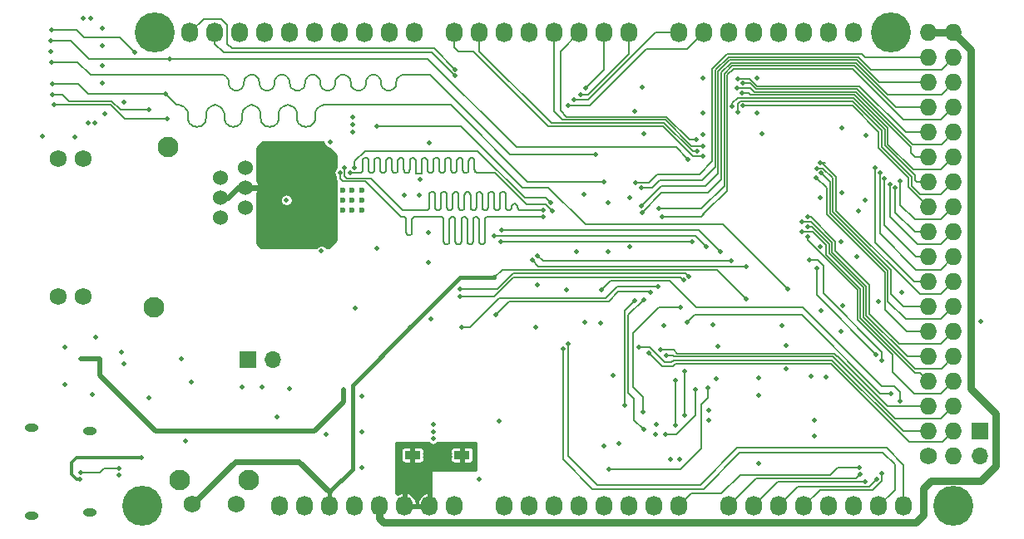
<source format=gbr>
G04 #@! TF.GenerationSoftware,KiCad,Pcbnew,5.1.7-a382d34a8~88~ubuntu20.04.1*
G04 #@! TF.CreationDate,2021-04-17T16:50:22-03:00*
G04 #@! TF.ProjectId,h730duino,68373330-6475-4696-9e6f-2e6b69636164,rev?*
G04 #@! TF.SameCoordinates,Original*
G04 #@! TF.FileFunction,Copper,L4,Bot*
G04 #@! TF.FilePolarity,Positive*
%FSLAX46Y46*%
G04 Gerber Fmt 4.6, Leading zero omitted, Abs format (unit mm)*
G04 Created by KiCad (PCBNEW 5.1.7-a382d34a8~88~ubuntu20.04.1) date 2021-04-17 16:50:22*
%MOMM*%
%LPD*%
G01*
G04 APERTURE LIST*
G04 #@! TA.AperFunction,ComponentPad*
%ADD10C,0.600000*%
G04 #@! TD*
G04 #@! TA.AperFunction,SMDPad,CuDef*
%ADD11R,1.600000X0.900000*%
G04 #@! TD*
G04 #@! TA.AperFunction,ComponentPad*
%ADD12O,1.700000X1.700000*%
G04 #@! TD*
G04 #@! TA.AperFunction,ComponentPad*
%ADD13R,1.700000X1.700000*%
G04 #@! TD*
G04 #@! TA.AperFunction,ComponentPad*
%ADD14O,1.400000X0.800000*%
G04 #@! TD*
G04 #@! TA.AperFunction,ComponentPad*
%ADD15C,2.100000*%
G04 #@! TD*
G04 #@! TA.AperFunction,ComponentPad*
%ADD16C,1.750000*%
G04 #@! TD*
G04 #@! TA.AperFunction,ComponentPad*
%ADD17C,1.530000*%
G04 #@! TD*
G04 #@! TA.AperFunction,ComponentPad*
%ADD18C,1.725000*%
G04 #@! TD*
G04 #@! TA.AperFunction,ComponentPad*
%ADD19O,1.727200X1.727200*%
G04 #@! TD*
G04 #@! TA.AperFunction,ComponentPad*
%ADD20C,1.727200*%
G04 #@! TD*
G04 #@! TA.AperFunction,ComponentPad*
%ADD21O,1.727200X2.032000*%
G04 #@! TD*
G04 #@! TA.AperFunction,ComponentPad*
%ADD22C,4.064000*%
G04 #@! TD*
G04 #@! TA.AperFunction,ViaPad*
%ADD23C,0.500000*%
G04 #@! TD*
G04 #@! TA.AperFunction,Conductor*
%ADD24C,0.800000*%
G04 #@! TD*
G04 #@! TA.AperFunction,Conductor*
%ADD25C,0.406400*%
G04 #@! TD*
G04 #@! TA.AperFunction,Conductor*
%ADD26C,0.203200*%
G04 #@! TD*
G04 #@! TA.AperFunction,Conductor*
%ADD27C,0.152400*%
G04 #@! TD*
G04 #@! TA.AperFunction,Conductor*
%ADD28C,0.600000*%
G04 #@! TD*
G04 #@! TA.AperFunction,Conductor*
%ADD29C,0.500000*%
G04 #@! TD*
G04 #@! TA.AperFunction,Conductor*
%ADD30C,0.300000*%
G04 #@! TD*
G04 #@! TA.AperFunction,Conductor*
%ADD31C,0.254000*%
G04 #@! TD*
G04 #@! TA.AperFunction,Conductor*
%ADD32C,0.100000*%
G04 #@! TD*
G04 APERTURE END LIST*
D10*
X137689080Y-88934800D03*
X138689080Y-88934800D03*
X139689080Y-88934800D03*
X137689080Y-87934800D03*
X138689080Y-87934800D03*
X139689080Y-87934800D03*
X137689080Y-86934800D03*
X138689080Y-86934800D03*
X139689080Y-86934800D03*
D11*
X149860000Y-113944400D03*
D10*
X150360000Y-113944400D03*
X149360000Y-113944400D03*
D11*
X144824400Y-113944400D03*
D10*
X145324400Y-113944400D03*
X144324400Y-113944400D03*
D12*
X130589020Y-104231440D03*
D13*
X128049020Y-104231440D03*
D12*
X202577700Y-113995200D03*
D13*
X202577700Y-111455200D03*
D14*
X111974400Y-111516200D03*
X111974400Y-119776200D03*
X106024400Y-120136200D03*
X106024400Y-111156200D03*
D15*
X128148400Y-116483600D03*
D16*
X126898400Y-118973600D03*
X122398400Y-118973600D03*
D15*
X121138400Y-116483600D03*
X119916400Y-82561100D03*
X118516400Y-98871100D03*
D17*
X125246400Y-85636100D03*
X127786400Y-86652100D03*
X125246400Y-87668100D03*
X127786400Y-88684100D03*
X125246400Y-89700100D03*
D18*
X111276400Y-97741100D03*
X108736400Y-97741100D03*
X111276400Y-83691100D03*
X108736400Y-83691100D03*
D17*
X127786400Y-84620100D03*
D19*
X199898000Y-70866000D03*
X197358000Y-70866000D03*
X199898000Y-73406000D03*
X197358000Y-73406000D03*
X199898000Y-75946000D03*
X197358000Y-75946000D03*
X199898000Y-78486000D03*
X197358000Y-78486000D03*
X199898000Y-81026000D03*
X197358000Y-81026000D03*
X199898000Y-83566000D03*
X197358000Y-83566000D03*
X199898000Y-86106000D03*
X197358000Y-86106000D03*
X199898000Y-88646000D03*
X197358000Y-88646000D03*
X199898000Y-91186000D03*
X197358000Y-91186000D03*
X199898000Y-93726000D03*
X197358000Y-93726000D03*
X199898000Y-96266000D03*
X197358000Y-96266000D03*
X199898000Y-98806000D03*
X197358000Y-98806000D03*
X199898000Y-101346000D03*
X197358000Y-101346000D03*
X199898000Y-103886000D03*
X197358000Y-103886000D03*
X199898000Y-106426000D03*
X197358000Y-106426000D03*
X199898000Y-108966000D03*
X197358000Y-108966000D03*
X199898000Y-111506000D03*
X197358000Y-111506000D03*
X199898000Y-114046000D03*
D20*
X197358000Y-114046000D03*
D21*
X149098000Y-119126000D03*
X146558000Y-119126000D03*
X144018000Y-119126000D03*
X141478000Y-119126000D03*
X138938000Y-119126000D03*
X136398000Y-119126000D03*
X133858000Y-119126000D03*
X131318000Y-119126000D03*
X171958000Y-119126000D03*
X169418000Y-119126000D03*
X166878000Y-119126000D03*
X164338000Y-119126000D03*
X161798000Y-119126000D03*
X159258000Y-119126000D03*
X156718000Y-119126000D03*
X154178000Y-119126000D03*
X194818000Y-119126000D03*
X192278000Y-119126000D03*
X189738000Y-119126000D03*
X187198000Y-119126000D03*
X184658000Y-119126000D03*
X182118000Y-119126000D03*
X179578000Y-119126000D03*
X177038000Y-119126000D03*
X145034000Y-70866000D03*
X142494000Y-70866000D03*
X139954000Y-70866000D03*
X137414000Y-70866000D03*
X134874000Y-70866000D03*
X132334000Y-70866000D03*
X129794000Y-70866000D03*
X127254000Y-70866000D03*
X124714000Y-70866000D03*
X122174000Y-70866000D03*
X166878000Y-70866000D03*
X164338000Y-70866000D03*
X161798000Y-70866000D03*
X159258000Y-70866000D03*
X156718000Y-70866000D03*
X154178000Y-70866000D03*
X151638000Y-70866000D03*
X149098000Y-70866000D03*
X189738000Y-70866000D03*
X187198000Y-70866000D03*
X184658000Y-70866000D03*
X182118000Y-70866000D03*
X179578000Y-70866000D03*
X177038000Y-70866000D03*
X174498000Y-70866000D03*
X171958000Y-70866000D03*
D22*
X117348000Y-119126000D03*
X199898000Y-119126000D03*
X118618000Y-70866000D03*
X193548000Y-70866000D03*
D23*
X174414180Y-75509120D03*
X179925980Y-75483720D03*
X188409580Y-101315520D03*
X186326780Y-87675720D03*
X186352180Y-92679520D03*
X186377580Y-99181920D03*
X175379380Y-100629720D03*
X168394380Y-81224120D03*
X162399680Y-100426220D03*
X180383180Y-81224120D03*
X165257480Y-105839260D03*
X191000680Y-81326020D03*
X112217200Y-107759500D03*
X121691400Y-112496600D03*
X139649200Y-111607600D03*
X139687300Y-115252500D03*
X139674600Y-107950000D03*
X122303160Y-106530140D03*
X109474000Y-106730800D03*
X109435900Y-102946200D03*
X166959280Y-92684600D03*
X175722280Y-106161840D03*
X166913560Y-87685880D03*
X111321960Y-69401800D03*
X112068720Y-69401800D03*
X113253810Y-70409090D03*
X113253810Y-74203850D03*
X113253810Y-72197250D03*
X113253810Y-76047890D03*
X111781480Y-80051800D03*
X112523160Y-80051800D03*
X113545400Y-79158880D03*
X108041440Y-72771000D03*
X161524625Y-93173871D03*
X110490000Y-81483200D03*
X180086000Y-107848400D03*
X185711800Y-110401400D03*
X185724800Y-111963200D03*
X180086000Y-114757200D03*
X151587200Y-116382800D03*
X153670000Y-110439200D03*
X202641200Y-100279200D03*
X182880000Y-102768400D03*
X182880000Y-105105202D03*
X165867080Y-112722660D03*
X190068200Y-93726000D03*
X162306000Y-87335360D03*
X131053840Y-110022640D03*
X127485140Y-107000040D03*
X129552700Y-107000040D03*
X157530800Y-96598740D03*
X115224260Y-103456440D03*
X168217009Y-76444241D03*
X192222120Y-98264980D03*
X190220600Y-89014300D03*
X185407300Y-105943400D03*
X171061380Y-114386370D03*
X174980600Y-109397800D03*
X169570400Y-111848900D03*
X174396400Y-81232832D03*
X180060600Y-106065320D03*
X136017000Y-111836200D03*
X160502600Y-97119440D03*
X190898780Y-87962740D03*
X136421160Y-82039160D03*
X139024360Y-98933000D03*
X135556960Y-93134480D03*
X141213540Y-92862700D03*
X131991400Y-87937040D03*
X145589760Y-85819480D03*
X145539760Y-87454440D03*
X174414180Y-79039720D03*
X167429180Y-78887320D03*
X164701347Y-93177487D03*
X164754687Y-88176227D03*
X175899191Y-102876731D03*
X170400980Y-100705920D03*
X188561980Y-80589120D03*
X188544835Y-87175975D03*
X179900199Y-79039339D03*
X188612780Y-98673920D03*
X163949680Y-100452220D03*
X182427880Y-100756720D03*
X107137200Y-81432400D03*
X146913600Y-110845600D03*
X146913600Y-112268000D03*
X146913600Y-111556800D03*
X188417200Y-92176600D03*
X121259600Y-104160320D03*
X117957600Y-108066840D03*
X115435380Y-104632760D03*
X112547400Y-101899720D03*
X157327598Y-100939598D03*
X132321298Y-107162600D03*
X194661600Y-97383600D03*
X186880500Y-105968800D03*
X172051984Y-114360960D03*
X174980600Y-110373158D03*
X169613579Y-110830361D03*
X164343080Y-113055400D03*
X115493800Y-77983080D03*
X146728031Y-100048236D03*
X146425920Y-94310200D03*
X146415760Y-91262200D03*
X146517360Y-82077560D03*
X138752580Y-79499460D03*
X138752580Y-81053940D03*
X138752580Y-80256380D03*
X143989760Y-87439800D03*
X153163270Y-95860870D03*
X178757580Y-97995740D03*
X172100240Y-98872040D03*
X168290240Y-109580684D03*
X144581880Y-100944680D03*
X111067855Y-115722400D03*
X114963002Y-115320000D03*
X114963002Y-115972400D03*
X137819999Y-107277679D03*
X137819999Y-108571521D03*
X137819998Y-107937300D03*
X112966500Y-104114600D03*
X111086900Y-104114600D03*
X111696500Y-104114600D03*
X112318800Y-104114600D03*
X153332180Y-99644200D03*
X169092742Y-97315158D03*
X149860004Y-100939600D03*
X169805350Y-96780350D03*
X172413212Y-96091448D03*
X149697440Y-97739200D03*
X172984160Y-95775780D03*
X149697440Y-97002600D03*
X177269140Y-94142560D03*
X157561280Y-93614240D03*
X183047640Y-97012760D03*
X141163040Y-80416400D03*
X178775357Y-94691197D03*
X157038040Y-94086680D03*
X176128680Y-93207840D03*
X153913840Y-91038680D03*
X174758159Y-92708919D03*
X153141680Y-91561920D03*
X173248320Y-92191840D03*
X153791922Y-92191840D03*
X138460480Y-85156040D03*
X159075120Y-89087960D03*
X158155640Y-88991440D03*
X137921125Y-84669643D03*
X158099760Y-89646760D03*
X137449560Y-85120480D03*
X138938000Y-84642960D03*
X158902400Y-88204040D03*
X190337440Y-115199160D03*
X174904400Y-107061000D03*
X164795200Y-115392200D03*
X160693100Y-102628700D03*
X160121600Y-103149400D03*
X108026200Y-71704200D03*
X172896028Y-83821865D03*
X120142000Y-73533000D03*
X108127800Y-73863200D03*
X163474400Y-83286600D03*
X108153200Y-76098400D03*
X164348160Y-86060280D03*
X119687340Y-77152500D03*
X110978900Y-116420900D03*
X117221000Y-114185700D03*
X172770800Y-100431600D03*
X193517520Y-107665520D03*
X194449700Y-108419900D03*
X164048440Y-97119440D03*
X173634400Y-107264200D03*
X170583860Y-111841280D03*
X172554900Y-109893100D03*
X172542200Y-105404920D03*
X171551600Y-110893860D03*
X171551602Y-106349800D03*
X168097200Y-86690200D03*
X167563800Y-86182200D03*
X168198800Y-89192100D03*
X168116186Y-88544950D03*
X170230800Y-89649300D03*
X169926000Y-88811100D03*
X178421347Y-76034900D03*
X177923713Y-75556300D03*
X178323891Y-77045369D03*
X177876200Y-76530200D03*
X177901600Y-78968600D03*
X177380900Y-78422500D03*
X194462400Y-86004400D03*
X178421073Y-78329405D03*
X193395600Y-86321900D03*
X193979800Y-86690200D03*
X192392300Y-85191600D03*
X192874900Y-85737700D03*
X186321700Y-84153693D03*
X191909700Y-84620100D03*
X186381171Y-85188885D03*
X185953400Y-84696300D03*
X185013600Y-89674700D03*
X185924104Y-85654414D03*
X185013600Y-90678000D03*
X184442100Y-90170000D03*
X170621960Y-103809800D03*
X170037760Y-103212900D03*
X168907460Y-103568502D03*
X167886380Y-102961440D03*
X192587880Y-115778280D03*
X185262520Y-94046040D03*
X192623440Y-104333040D03*
X185953400Y-94914720D03*
X192054480Y-116408200D03*
X192024000Y-103698040D03*
X190881000Y-116692680D03*
X190418720Y-115920520D03*
X161899600Y-77232690D03*
X162433000Y-76530200D03*
X173736000Y-81800700D03*
X174396400Y-82423000D03*
X173824900Y-82994500D03*
X174345600Y-83477100D03*
X160705798Y-78320900D03*
X161264600Y-77711300D03*
X168335960Y-111363760D03*
X168341040Y-98140520D03*
X149160383Y-75289773D03*
X149186900Y-74637900D03*
X108077000Y-70612000D03*
X116586000Y-72898000D03*
X108204000Y-77216000D03*
X117983000Y-78740000D03*
X108331000Y-78232000D03*
X119888000Y-79629000D03*
X166436040Y-108828840D03*
X167457120Y-98165920D03*
X185013600Y-91681300D03*
X184442100Y-91135200D03*
X130553460Y-82897980D03*
X136276080Y-90408760D03*
X130441400Y-87967520D03*
X135907780Y-86260940D03*
X129484120Y-92095320D03*
D24*
X197358000Y-70866000D02*
X199898000Y-70866000D01*
X141478000Y-120421400D02*
X141478000Y-119126000D01*
X196811900Y-120065800D02*
X196088000Y-120789700D01*
X197592901Y-116541599D02*
X196811900Y-117322600D01*
X202634801Y-116541599D02*
X197592901Y-116541599D01*
X204165200Y-115011200D02*
X202634801Y-116541599D01*
X201655680Y-107203240D02*
X204165200Y-109712760D01*
X196811900Y-117322600D02*
X196811900Y-120065800D01*
X204165200Y-109712760D02*
X204165200Y-115011200D01*
X201655680Y-72623680D02*
X201655680Y-107203240D01*
X141846300Y-120789700D02*
X141478000Y-120421400D01*
X196088000Y-120789700D02*
X141846300Y-120789700D01*
X199898000Y-70866000D02*
X201655680Y-72623680D01*
D25*
X136398000Y-119126000D02*
X136398000Y-117703600D01*
D26*
X175790860Y-95029020D02*
X178757580Y-97995740D01*
X153995120Y-95029020D02*
X175790860Y-95029020D01*
X153163270Y-95860870D02*
X153995120Y-95029020D01*
D27*
X168290240Y-108036360D02*
X168290240Y-109580684D01*
X167279320Y-107025440D02*
X168290240Y-108036360D01*
X167279320Y-101483160D02*
X167279320Y-107025440D01*
X169890440Y-98872040D02*
X167279320Y-101483160D01*
X172100240Y-98872040D02*
X169890440Y-98872040D01*
D28*
X126787520Y-114584480D02*
X122398400Y-118973600D01*
X133278880Y-114584480D02*
X126787520Y-114584480D01*
X136398000Y-117703600D02*
X133278880Y-114584480D01*
D25*
X138699240Y-106827320D02*
X144581880Y-100944680D01*
X138699240Y-115402360D02*
X138699240Y-106827320D01*
X136398000Y-117703600D02*
X138699240Y-115402360D01*
X153163270Y-95860870D02*
X149665690Y-95860870D01*
X149665690Y-95860870D02*
X144581880Y-100944680D01*
D27*
X114963002Y-115320000D02*
X113437480Y-115320000D01*
X113035080Y-115722400D02*
X111067855Y-115722400D01*
X113437480Y-115320000D02*
X113035080Y-115722400D01*
D29*
X137819999Y-107277679D02*
X137819999Y-108571521D01*
X111086900Y-104114600D02*
X112903000Y-104114600D01*
X137781120Y-107238800D02*
X137819999Y-107277679D01*
X112966500Y-104114600D02*
X112966500Y-105831640D01*
X112966500Y-105831640D02*
X118653560Y-111518700D01*
X134872820Y-111518700D02*
X137819999Y-108571521D01*
X118653560Y-111518700D02*
X134872820Y-111518700D01*
D27*
X165773100Y-97294700D02*
X169072284Y-97294700D01*
X164785040Y-98282760D02*
X165773100Y-97294700D01*
X169072284Y-97294700D02*
X169092742Y-97315158D01*
X154693620Y-98282760D02*
X164785040Y-98282760D01*
X153332180Y-99644200D02*
X154693620Y-98282760D01*
X149860004Y-100939600D02*
X149860004Y-100939600D01*
X165639750Y-96780350D02*
X169805350Y-96780350D01*
X164452300Y-97967800D02*
X165639750Y-96780350D01*
X153614120Y-97967800D02*
X164452300Y-97967800D01*
X150642320Y-100939600D02*
X153614120Y-97967800D01*
X149860004Y-100939600D02*
X150642320Y-100939600D01*
X155086586Y-95806260D02*
X153153646Y-97739200D01*
X172413212Y-96091448D02*
X172128024Y-95806260D01*
X172128024Y-95806260D02*
X155086586Y-95806260D01*
X153153646Y-97739200D02*
X149697440Y-97739200D01*
X172610780Y-95402400D02*
X155059380Y-95402400D01*
X153459180Y-97002600D02*
X149697440Y-97002600D01*
X172984160Y-95775780D02*
X172610780Y-95402400D01*
X155059380Y-95402400D02*
X153459180Y-97002600D01*
X158089600Y-94142560D02*
X177269140Y-94142560D01*
X157561280Y-93614240D02*
X158089600Y-94142560D01*
X149738080Y-80416400D02*
X141163040Y-80416400D01*
X183047640Y-97012760D02*
X176458880Y-90424000D01*
X156006800Y-86685120D02*
X149738080Y-80416400D01*
X176458880Y-90424000D02*
X162417760Y-90424000D01*
X162417760Y-90424000D02*
X158678880Y-86685120D01*
X158678880Y-86685120D02*
X156006800Y-86685120D01*
X157642557Y-94691197D02*
X178775357Y-94691197D01*
X157038040Y-94086680D02*
X157642557Y-94691197D01*
X173959520Y-91038680D02*
X153913840Y-91038680D01*
X176128680Y-93207840D02*
X173959520Y-91038680D01*
X174758159Y-92708919D02*
X173611160Y-91561920D01*
X173611160Y-91561920D02*
X153141680Y-91561920D01*
X173248320Y-92191840D02*
X153791922Y-92191840D01*
X139444960Y-85156040D02*
X138725764Y-85156040D01*
X139511716Y-85148518D02*
X139444960Y-85156040D01*
X139575125Y-85126330D02*
X139511716Y-85148518D01*
X139632006Y-85090589D02*
X139575125Y-85126330D01*
X139679509Y-85043086D02*
X139632006Y-85090589D01*
X139715250Y-84986205D02*
X139679509Y-85043086D01*
X139744960Y-84856040D02*
X139737438Y-84922796D01*
X139744960Y-83936944D02*
X139744960Y-84856040D01*
X139774669Y-83806778D02*
X139752481Y-83870187D01*
X139810410Y-83749897D02*
X139774669Y-83806778D01*
X139857913Y-83702394D02*
X139810410Y-83749897D01*
X139914794Y-83666653D02*
X139857913Y-83702394D01*
X140044960Y-83636944D02*
X139978203Y-83644465D01*
X140175125Y-83666653D02*
X140111716Y-83644465D01*
X140344960Y-84856040D02*
X140344960Y-83936944D01*
X140352481Y-84922796D02*
X140344960Y-84856040D01*
X139978203Y-83644465D02*
X139914794Y-83666653D01*
X140374669Y-84986205D02*
X140352481Y-84922796D01*
X140578203Y-85148518D02*
X140514794Y-85126330D01*
X140644960Y-85156040D02*
X140578203Y-85148518D01*
X140711716Y-85148518D02*
X140644960Y-85156040D01*
X140775125Y-85126330D02*
X140711716Y-85148518D01*
X140832006Y-85090589D02*
X140775125Y-85126330D01*
X140879509Y-85043086D02*
X140832006Y-85090589D01*
X140915250Y-84986205D02*
X140879509Y-85043086D01*
X140944960Y-83936944D02*
X140944960Y-84856040D01*
X140952481Y-83870187D02*
X140944960Y-83936944D01*
X140974669Y-83806778D02*
X140952481Y-83870187D01*
X141010410Y-83749897D02*
X140974669Y-83806778D01*
X141114794Y-83666653D02*
X141057913Y-83702394D01*
X141178203Y-83644465D02*
X141114794Y-83666653D01*
X141375125Y-83666653D02*
X141311716Y-83644465D01*
X141432006Y-83702394D02*
X141375125Y-83666653D01*
X146711716Y-85148518D02*
X146644960Y-85156040D01*
X144375125Y-85126330D02*
X144311716Y-85148518D01*
X146879509Y-85043086D02*
X146832006Y-85090589D01*
X142210410Y-83749897D02*
X142174669Y-83806778D01*
X150844960Y-83636944D02*
X150778203Y-83644465D01*
X147244960Y-83636944D02*
X147178203Y-83644465D01*
X145204508Y-85275136D02*
X145191257Y-85273644D01*
X147479509Y-83749897D02*
X147432006Y-83702394D01*
X143915250Y-83806778D02*
X143879509Y-83749897D01*
X147515250Y-83806778D02*
X147479509Y-83749897D01*
X147375125Y-83666653D02*
X147311716Y-83644465D01*
X140279509Y-83749897D02*
X140232006Y-83702394D01*
X144544960Y-84856040D02*
X144537438Y-84922796D01*
X147544960Y-84856040D02*
X147544960Y-83936944D01*
X150311716Y-85148518D02*
X150244960Y-85156040D01*
X140514794Y-85126330D02*
X140457913Y-85090589D01*
X148144960Y-84856040D02*
X148137438Y-84922796D01*
X141537438Y-83870187D02*
X141515250Y-83806778D01*
X148032006Y-85090589D02*
X147975125Y-85126330D01*
X147778203Y-85148518D02*
X147714794Y-85126330D01*
X149175125Y-85126330D02*
X149111716Y-85148518D01*
X148137438Y-84922796D02*
X148115250Y-84986205D01*
X147057913Y-83702394D02*
X147010410Y-83749897D01*
X145685412Y-85275136D02*
X145204508Y-85275136D01*
X148174669Y-83806778D02*
X148152481Y-83870187D01*
X143711716Y-83644465D02*
X143644960Y-83636944D01*
X140944960Y-84856040D02*
X140937438Y-84922796D01*
X148144960Y-83936944D02*
X148144960Y-84856040D01*
X148210410Y-83749897D02*
X148174669Y-83806778D01*
X148444960Y-83636944D02*
X148378203Y-83644465D01*
X148575125Y-83666653D02*
X148511716Y-83644465D01*
X147544960Y-83936944D02*
X147537438Y-83870187D01*
X148715250Y-83806778D02*
X148679509Y-83749897D01*
X142744960Y-84856040D02*
X142744960Y-83936944D01*
X140937438Y-84922796D02*
X140915250Y-84986205D01*
X146952481Y-83870187D02*
X146944960Y-83936944D01*
X148774669Y-84986205D02*
X148752481Y-84922796D01*
X148978203Y-85148518D02*
X148914794Y-85126330D01*
X150574669Y-83806778D02*
X150552481Y-83870187D01*
X146457913Y-85090589D02*
X146410410Y-85043086D01*
X148737438Y-83870187D02*
X148715250Y-83806778D01*
X142144960Y-84856040D02*
X142137438Y-84922796D01*
X145722539Y-85262145D02*
X145711248Y-85269239D01*
X142444960Y-83636944D02*
X142378203Y-83644465D01*
X147975125Y-85126330D02*
X147911716Y-85148518D01*
X148378203Y-83644465D02*
X148314794Y-83666653D01*
X150975125Y-83666653D02*
X150911716Y-83644465D01*
X144432006Y-85090589D02*
X144375125Y-85126330D01*
X149044960Y-85156040D02*
X148978203Y-85148518D01*
X149111716Y-85148518D02*
X149044960Y-85156040D01*
X148257913Y-83702394D02*
X148210410Y-83749897D01*
X146315250Y-83806778D02*
X146279509Y-83749897D01*
X146644960Y-85156040D02*
X146578203Y-85148518D01*
X149232006Y-85090589D02*
X149175125Y-85126330D01*
X146775125Y-85126330D02*
X146711716Y-85148518D01*
X143775125Y-83666653D02*
X143711716Y-83644465D01*
X149279509Y-85043086D02*
X149232006Y-85090589D01*
X144244960Y-85156040D02*
X144178203Y-85148518D01*
X147714794Y-85126330D02*
X147657913Y-85090589D01*
X145698662Y-85273644D02*
X145685412Y-85275136D01*
X144311716Y-85148518D02*
X144244960Y-85156040D01*
X149315250Y-84986205D02*
X149279509Y-85043086D01*
X148511716Y-83644465D02*
X148444960Y-83636944D01*
X139752481Y-83870187D02*
X139744960Y-83936944D01*
X149374669Y-83806778D02*
X149352481Y-83870187D01*
X146578203Y-85148518D02*
X146514794Y-85126330D01*
X146944960Y-83936944D02*
X146944960Y-84856040D01*
X149711716Y-83644465D02*
X149644960Y-83636944D01*
X148115250Y-84986205D02*
X148079509Y-85043086D01*
X149344960Y-83936944D02*
X149344960Y-84856040D01*
X150432006Y-85090589D02*
X150375125Y-85126330D01*
X139737438Y-84922796D02*
X139715250Y-84986205D01*
X150714794Y-83666653D02*
X150657913Y-83702394D01*
X149337438Y-84922796D02*
X149315250Y-84986205D01*
X145157951Y-85252716D02*
X145150857Y-85241425D01*
X141778203Y-85148518D02*
X141714794Y-85126330D01*
X142857913Y-85090589D02*
X142810410Y-85043086D01*
X151032006Y-83702394D02*
X150975125Y-83666653D01*
X151444960Y-85156040D02*
X151378203Y-85148518D01*
X143937438Y-83870187D02*
X143915250Y-83806778D01*
X159075120Y-89087960D02*
X158348680Y-88361520D01*
X150375125Y-85126330D02*
X150311716Y-85148518D01*
X151174669Y-84986205D02*
X151152481Y-84922796D01*
X149915250Y-83806778D02*
X149879509Y-83749897D01*
X158348680Y-88361520D02*
X156443680Y-88361520D01*
X147114794Y-83666653D02*
X147057913Y-83702394D01*
X147010410Y-83749897D02*
X146974669Y-83806778D01*
X149974669Y-84986205D02*
X149952481Y-84922796D01*
X141311716Y-83644465D02*
X141244960Y-83636944D01*
X150552481Y-83870187D02*
X150544960Y-83936944D01*
X151137438Y-83870187D02*
X151115250Y-83806778D01*
X145914794Y-83666653D02*
X145857913Y-83702394D01*
X156443680Y-88361520D02*
X153238200Y-85156040D01*
X142511716Y-83644465D02*
X142444960Y-83636944D01*
X150178203Y-85148518D02*
X150114794Y-85126330D01*
X147432006Y-83702394D02*
X147375125Y-83666653D01*
X149832006Y-83702394D02*
X149775125Y-83666653D01*
X145731968Y-85252716D02*
X145722539Y-85262145D01*
X150657913Y-83702394D02*
X150610410Y-83749897D01*
X144515250Y-84986205D02*
X144479509Y-85043086D01*
X146937438Y-84922796D02*
X146915250Y-84986205D01*
X140457913Y-85090589D02*
X140410410Y-85043086D01*
X151152481Y-84922796D02*
X151144960Y-84856040D01*
X147537438Y-83870187D02*
X147515250Y-83806778D01*
X141244960Y-83636944D02*
X141178203Y-83644465D01*
X145743467Y-85228839D02*
X145739062Y-85241425D01*
X140111716Y-83644465D02*
X140044960Y-83636944D01*
X151314794Y-85126330D02*
X151257913Y-85090589D01*
X153238200Y-85156040D02*
X151444960Y-85156040D01*
X145191257Y-85273644D02*
X145178671Y-85269239D01*
X147844960Y-85156040D02*
X147778203Y-85148518D01*
X148752481Y-84922796D02*
X148744960Y-84856040D01*
X150537438Y-84922796D02*
X150515250Y-84986205D01*
X151144960Y-84856040D02*
X151144960Y-83936944D01*
X150114794Y-85126330D02*
X150057913Y-85090589D01*
X149352481Y-83870187D02*
X149344960Y-83936944D01*
X148079509Y-85043086D02*
X148032006Y-85090589D01*
X141844960Y-85156040D02*
X141778203Y-85148518D01*
X150010410Y-85043086D02*
X149974669Y-84986205D01*
X141057913Y-83702394D02*
X141010410Y-83749897D01*
X151257913Y-85090589D02*
X151210410Y-85043086D01*
X145711248Y-85269239D02*
X145698662Y-85273644D01*
X147657913Y-85090589D02*
X147610410Y-85043086D01*
X144537438Y-84922796D02*
X144515250Y-84986205D01*
X142144960Y-83936944D02*
X142144960Y-84856040D01*
X150610410Y-83749897D02*
X150574669Y-83806778D01*
X145857913Y-83702394D02*
X145810410Y-83749897D01*
X145032006Y-83702394D02*
X144975125Y-83666653D01*
X142715250Y-83806778D02*
X142679509Y-83749897D01*
X151210410Y-85043086D02*
X151174669Y-84986205D01*
X143344960Y-83936944D02*
X143344960Y-84856040D01*
X149514794Y-83666653D02*
X149457913Y-83702394D01*
X144479509Y-85043086D02*
X144432006Y-85090589D01*
X148314794Y-83666653D02*
X148257913Y-83702394D01*
X142137438Y-84922796D02*
X142115250Y-84986205D01*
X143944960Y-83936944D02*
X143937438Y-83870187D01*
X151079509Y-83749897D02*
X151032006Y-83702394D01*
X149944960Y-83936944D02*
X149937438Y-83870187D01*
X144057913Y-85090589D02*
X144010410Y-85043086D01*
X150544960Y-83936944D02*
X150544960Y-84856040D01*
X146514794Y-85126330D02*
X146457913Y-85090589D01*
X143232006Y-85090589D02*
X143175125Y-85126330D01*
X142079509Y-85043086D02*
X142032006Y-85090589D01*
X150544960Y-84856040D02*
X150537438Y-84922796D01*
X146832006Y-85090589D02*
X146775125Y-85126330D01*
X146915250Y-84986205D02*
X146879509Y-85043086D01*
X143352481Y-83870187D02*
X143344960Y-83936944D01*
X150057913Y-85090589D02*
X150010410Y-85043086D01*
X140315250Y-83806778D02*
X140279509Y-83749897D01*
X144544960Y-83936944D02*
X144544960Y-84856040D01*
X148914794Y-85126330D02*
X148857913Y-85090589D01*
X149952481Y-84922796D02*
X149944960Y-84856040D01*
X149937438Y-83870187D02*
X149915250Y-83806778D01*
X149879509Y-83749897D02*
X149832006Y-83702394D01*
X149944960Y-84856040D02*
X149944960Y-83936944D01*
X149644960Y-83636944D02*
X149578203Y-83644465D01*
X149578203Y-83644465D02*
X149514794Y-83666653D01*
X151144960Y-83936944D02*
X151137438Y-83870187D01*
X149775125Y-83666653D02*
X149711716Y-83644465D01*
X150515250Y-84986205D02*
X150479509Y-85043086D01*
X149410410Y-83749897D02*
X149374669Y-83806778D01*
X149457913Y-83702394D02*
X149410410Y-83749897D01*
X144714794Y-83666653D02*
X144657913Y-83702394D01*
X143578203Y-83644465D02*
X143514794Y-83666653D01*
X147911716Y-85148518D02*
X147844960Y-85156040D01*
X146337438Y-83870187D02*
X146315250Y-83806778D01*
X149344960Y-84856040D02*
X149337438Y-84922796D01*
X146410410Y-85043086D02*
X146374669Y-84986205D01*
X145774669Y-83806778D02*
X145752481Y-83870187D01*
X148679509Y-83749897D02*
X148632006Y-83702394D01*
X151378203Y-85148518D02*
X151314794Y-85126330D01*
X146374669Y-84986205D02*
X146352481Y-84922796D01*
X146044960Y-83636944D02*
X145978203Y-83644465D01*
X146352481Y-84922796D02*
X146344960Y-84856040D01*
X145079509Y-83749897D02*
X145032006Y-83702394D01*
X142737438Y-83870187D02*
X142715250Y-83806778D01*
X144114794Y-85126330D02*
X144057913Y-85090589D01*
X146344960Y-83936944D02*
X146337438Y-83870187D01*
X142174669Y-83806778D02*
X142152481Y-83870187D01*
X146279509Y-83749897D02*
X146232006Y-83702394D01*
X146175125Y-83666653D02*
X146111716Y-83644465D01*
X146111716Y-83644465D02*
X146044960Y-83636944D01*
X140232006Y-83702394D02*
X140175125Y-83666653D01*
X145978203Y-83644465D02*
X145914794Y-83666653D01*
X145810410Y-83749897D02*
X145774669Y-83806778D01*
X148810410Y-85043086D02*
X148774669Y-84986205D01*
X144844960Y-83636944D02*
X144778203Y-83644465D01*
X145752481Y-83870187D02*
X145744960Y-83936944D01*
X145144960Y-83936944D02*
X145137438Y-83870187D01*
X141574669Y-84986205D02*
X141552481Y-84922796D01*
X145744960Y-83936944D02*
X145744960Y-85215588D01*
X138725764Y-85156040D02*
X138460480Y-85156040D01*
X144975125Y-83666653D02*
X144911716Y-83644465D01*
X142679509Y-83749897D02*
X142632006Y-83702394D01*
X145744960Y-85215588D02*
X145743467Y-85228839D01*
X142115250Y-84986205D02*
X142079509Y-85043086D01*
X145739062Y-85241425D02*
X145731968Y-85252716D01*
X145178671Y-85269239D02*
X145167380Y-85262145D01*
X145167380Y-85262145D02*
X145157951Y-85252716D01*
X145150857Y-85241425D02*
X145146452Y-85228839D01*
X147552481Y-84922796D02*
X147544960Y-84856040D01*
X141714794Y-85126330D02*
X141657913Y-85090589D01*
X146344960Y-84856040D02*
X146344960Y-83936944D01*
X145146452Y-85228839D02*
X145144960Y-85215588D01*
X142810410Y-85043086D02*
X142774669Y-84986205D01*
X145144960Y-85215588D02*
X145144960Y-83936944D01*
X145137438Y-83870187D02*
X145115250Y-83806778D01*
X146944960Y-84856040D02*
X146937438Y-84922796D01*
X147311716Y-83644465D02*
X147244960Y-83636944D01*
X148744960Y-83936944D02*
X148737438Y-83870187D01*
X141552481Y-84922796D02*
X141544960Y-84856040D01*
X145115250Y-83806778D02*
X145079509Y-83749897D01*
X150778203Y-83644465D02*
X150714794Y-83666653D01*
X141544960Y-84856040D02*
X141544960Y-83936944D01*
X144911716Y-83644465D02*
X144844960Y-83636944D01*
X140410410Y-85043086D02*
X140374669Y-84986205D01*
X147610410Y-85043086D02*
X147574669Y-84986205D01*
X148632006Y-83702394D02*
X148575125Y-83666653D01*
X144778203Y-83644465D02*
X144714794Y-83666653D01*
X148857913Y-85090589D02*
X148810410Y-85043086D01*
X148744960Y-84856040D02*
X148744960Y-83936944D01*
X143644960Y-83636944D02*
X143578203Y-83644465D01*
X146232006Y-83702394D02*
X146175125Y-83666653D01*
X144657913Y-83702394D02*
X144610410Y-83749897D01*
X147574669Y-84986205D02*
X147552481Y-84922796D01*
X150244960Y-85156040D02*
X150178203Y-85148518D01*
X144610410Y-83749897D02*
X144574669Y-83806778D01*
X142314794Y-83666653D02*
X142257913Y-83702394D01*
X140344960Y-83936944D02*
X140337438Y-83870187D01*
X144574669Y-83806778D02*
X144552481Y-83870187D01*
X143410410Y-83749897D02*
X143374669Y-83806778D01*
X140337438Y-83870187D02*
X140315250Y-83806778D01*
X148152481Y-83870187D02*
X148144960Y-83936944D01*
X144552481Y-83870187D02*
X144544960Y-83936944D01*
X143374669Y-83806778D02*
X143352481Y-83870187D01*
X144178203Y-85148518D02*
X144114794Y-85126330D01*
X143044960Y-85156040D02*
X142978203Y-85148518D01*
X141911716Y-85148518D02*
X141844960Y-85156040D01*
X144010410Y-85043086D02*
X143974669Y-84986205D01*
X143974669Y-84986205D02*
X143952481Y-84922796D01*
X141657913Y-85090589D02*
X141610410Y-85043086D01*
X146974669Y-83806778D02*
X146952481Y-83870187D01*
X143952481Y-84922796D02*
X143944960Y-84856040D01*
X141610410Y-85043086D02*
X141574669Y-84986205D01*
X143944960Y-84856040D02*
X143944960Y-83936944D01*
X143879509Y-83749897D02*
X143832006Y-83702394D01*
X143832006Y-83702394D02*
X143775125Y-83666653D01*
X151115250Y-83806778D02*
X151079509Y-83749897D01*
X150479509Y-85043086D02*
X150432006Y-85090589D01*
X143514794Y-83666653D02*
X143457913Y-83702394D01*
X143457913Y-83702394D02*
X143410410Y-83749897D01*
X143344960Y-84856040D02*
X143337438Y-84922796D01*
X143337438Y-84922796D02*
X143315250Y-84986205D01*
X143315250Y-84986205D02*
X143279509Y-85043086D01*
X143279509Y-85043086D02*
X143232006Y-85090589D01*
X143175125Y-85126330D02*
X143111716Y-85148518D01*
X142032006Y-85090589D02*
X141975125Y-85126330D01*
X150911716Y-83644465D02*
X150844960Y-83636944D01*
X143111716Y-85148518D02*
X143044960Y-85156040D01*
X141975125Y-85126330D02*
X141911716Y-85148518D01*
X142978203Y-85148518D02*
X142914794Y-85126330D01*
X142914794Y-85126330D02*
X142857913Y-85090589D01*
X142774669Y-84986205D02*
X142752481Y-84922796D01*
X142752481Y-84922796D02*
X142744960Y-84856040D01*
X142744960Y-83936944D02*
X142737438Y-83870187D01*
X142632006Y-83702394D02*
X142575125Y-83666653D01*
X142575125Y-83666653D02*
X142511716Y-83644465D01*
X142378203Y-83644465D02*
X142314794Y-83666653D01*
X142257913Y-83702394D02*
X142210410Y-83749897D01*
X142152481Y-83870187D02*
X142144960Y-83936944D01*
X141544960Y-83936944D02*
X141537438Y-83870187D01*
X141515250Y-83806778D02*
X141479509Y-83749897D01*
X147178203Y-83644465D02*
X147114794Y-83666653D01*
X141479509Y-83749897D02*
X141432006Y-83702394D01*
X146290676Y-88983918D02*
X146223920Y-88991440D01*
X146458469Y-88878486D02*
X146410966Y-88925989D01*
X146494210Y-88821605D02*
X146458469Y-88878486D01*
X146823920Y-87112758D02*
X146757163Y-87120279D01*
X147153629Y-88821605D02*
X147131441Y-88758196D01*
X147189370Y-88878486D02*
X147153629Y-88821605D01*
X147236873Y-88925989D02*
X147189370Y-88878486D01*
X147731441Y-87346001D02*
X147723920Y-87412758D01*
X140588989Y-85719909D02*
X138155942Y-85719909D01*
X147789370Y-87225711D02*
X147753629Y-87282592D01*
X147836873Y-87178208D02*
X147789370Y-87225711D01*
X148154085Y-87142467D02*
X148090676Y-87120279D01*
X148210966Y-87178208D02*
X148154085Y-87142467D01*
X148258469Y-87225711D02*
X148210966Y-87178208D01*
X146523920Y-88691440D02*
X146516398Y-88758196D01*
X148294210Y-87282592D02*
X148258469Y-87225711D01*
X146531441Y-87346001D02*
X146523920Y-87412758D01*
X148323920Y-87412758D02*
X148316398Y-87346001D01*
X146553629Y-87282592D02*
X146531441Y-87346001D01*
X148323920Y-88691440D02*
X148323920Y-87412758D01*
X146589370Y-87225711D02*
X146553629Y-87282592D01*
X148331441Y-88758196D02*
X148323920Y-88691440D01*
X146693754Y-87142467D02*
X146636873Y-87178208D01*
X148389370Y-88878486D02*
X148353629Y-88821605D01*
X148493754Y-88961730D02*
X148436873Y-88925989D01*
X146890676Y-87120279D02*
X146823920Y-87112758D01*
X148557163Y-88983918D02*
X148493754Y-88961730D01*
X146954085Y-87142467D02*
X146890676Y-87120279D01*
X148623920Y-88991440D02*
X148557163Y-88983918D01*
X147010966Y-87178208D02*
X146954085Y-87142467D01*
X148690676Y-88983918D02*
X148623920Y-88991440D01*
X147116398Y-87346001D02*
X147094210Y-87282592D01*
X148858469Y-88878486D02*
X148810966Y-88925989D01*
X147123920Y-87412758D02*
X147116398Y-87346001D01*
X148894210Y-88821605D02*
X148858469Y-88878486D01*
X147554085Y-88961730D02*
X147490676Y-88983918D01*
X149223920Y-87112758D02*
X149157163Y-87120279D01*
X149410966Y-87178208D02*
X149354085Y-87142467D01*
X149458469Y-87225711D02*
X149410966Y-87178208D01*
X149494210Y-87282592D02*
X149458469Y-87225711D01*
X149516398Y-87346001D02*
X149494210Y-87282592D01*
X149523920Y-87412758D02*
X149516398Y-87346001D01*
X149523920Y-88691440D02*
X149523920Y-87412758D01*
X149531441Y-88758196D02*
X149523920Y-88691440D01*
X149553629Y-88821605D02*
X149531441Y-88758196D01*
X149636873Y-88925989D02*
X149589370Y-88878486D01*
X149693754Y-88961730D02*
X149636873Y-88925989D01*
X149757163Y-88983918D02*
X149693754Y-88961730D01*
X149890676Y-88983918D02*
X149823920Y-88991440D01*
X149954085Y-88961730D02*
X149890676Y-88983918D01*
X147131441Y-88758196D02*
X147123920Y-88691440D01*
X150010966Y-88925989D02*
X149954085Y-88961730D01*
X150094210Y-88821605D02*
X150058469Y-88878486D01*
X150116398Y-88758196D02*
X150094210Y-88821605D01*
X150123920Y-88691440D02*
X150116398Y-88758196D01*
X147357163Y-88983918D02*
X147293754Y-88961730D01*
X150123920Y-87412758D02*
X150123920Y-88691440D01*
X150189370Y-87225711D02*
X150153629Y-87282592D01*
X150236873Y-87178208D02*
X150189370Y-87225711D01*
X150357163Y-87120279D02*
X150293754Y-87142467D01*
X150423920Y-87112758D02*
X150357163Y-87120279D01*
X150554085Y-87142467D02*
X150490676Y-87120279D01*
X150610966Y-87178208D02*
X150554085Y-87142467D01*
X150658469Y-87225711D02*
X150610966Y-87178208D01*
X150723920Y-87412758D02*
X150716398Y-87346001D01*
X150723920Y-88691440D02*
X150723920Y-87412758D01*
X147123920Y-88691440D02*
X147123920Y-87412758D01*
X148916398Y-88758196D02*
X148894210Y-88821605D01*
X150731441Y-88758196D02*
X150723920Y-88691440D01*
X153731441Y-87346001D02*
X153723920Y-87412758D01*
X147058469Y-87225711D02*
X147010966Y-87178208D01*
X148754085Y-88961730D02*
X148690676Y-88983918D01*
X153753629Y-87282592D02*
X153731441Y-87346001D01*
X149823920Y-88991440D02*
X149757163Y-88983918D01*
X153893754Y-87142467D02*
X153836873Y-87178208D01*
X147723920Y-87412758D02*
X147723920Y-88691440D01*
X154090676Y-87120279D02*
X154023920Y-87112758D01*
X153490676Y-88983918D02*
X153423920Y-88991440D01*
X148931441Y-87346001D02*
X148923920Y-87412758D01*
X150836873Y-88925989D02*
X150789370Y-88878486D01*
X154154085Y-87142467D02*
X154090676Y-87120279D01*
X150716398Y-87346001D02*
X150694210Y-87282592D01*
X153554085Y-88961730D02*
X153490676Y-88983918D01*
X153610966Y-88925989D02*
X153554085Y-88961730D01*
X146523920Y-87412758D02*
X146523920Y-88691440D01*
X148316398Y-87346001D02*
X148294210Y-87282592D01*
X153189370Y-88878486D02*
X153153629Y-88821605D01*
X146636873Y-87178208D02*
X146589370Y-87225711D01*
X148353629Y-88821605D02*
X148331441Y-88758196D01*
X154258469Y-87225711D02*
X154210966Y-87178208D01*
X153957163Y-87120279D02*
X153893754Y-87142467D01*
X137928161Y-84676679D02*
X137921125Y-84669643D01*
X152636873Y-87178208D02*
X152589370Y-87225711D01*
X149589370Y-88878486D02*
X149553629Y-88821605D01*
X153094210Y-87282592D02*
X153058469Y-87225711D01*
X152458469Y-88878486D02*
X152410966Y-88925989D01*
X150058469Y-88878486D02*
X150010966Y-88925989D01*
X153357163Y-88983918D02*
X153293754Y-88961730D01*
X153116398Y-87346001D02*
X153094210Y-87282592D01*
X154023920Y-87112758D02*
X153957163Y-87120279D01*
X153423920Y-88991440D02*
X153357163Y-88983918D01*
X153123920Y-87412758D02*
X153116398Y-87346001D01*
X153694210Y-88821605D02*
X153658469Y-88878486D01*
X147094210Y-87282592D02*
X147058469Y-87225711D01*
X154493754Y-88961730D02*
X154436873Y-88925989D01*
X153236873Y-88925989D02*
X153189370Y-88878486D01*
X150293754Y-87142467D02*
X150236873Y-87178208D01*
X154389370Y-88878486D02*
X154353629Y-88821605D01*
X153153629Y-88821605D02*
X153131441Y-88758196D01*
X154623920Y-88991440D02*
X154557163Y-88983918D01*
X151353629Y-87282592D02*
X151331441Y-87346001D01*
X154557163Y-88983918D02*
X154493754Y-88961730D01*
X147723920Y-88691440D02*
X147716398Y-88758196D01*
X153293754Y-88961730D02*
X153236873Y-88925989D01*
X148810966Y-88925989D02*
X148754085Y-88961730D01*
X155458469Y-88425711D02*
X155410966Y-88378208D01*
X146354085Y-88961730D02*
X146290676Y-88983918D01*
X148023920Y-87112758D02*
X147957163Y-87120279D01*
X153723920Y-88691440D02*
X153716398Y-88758196D01*
X155757163Y-88983918D02*
X155693754Y-88961730D01*
X155523920Y-88691440D02*
X155523920Y-88612758D01*
X154953629Y-88482592D02*
X154931441Y-88546001D01*
X151389370Y-87225711D02*
X151353629Y-87282592D01*
X146516398Y-88758196D02*
X146494210Y-88821605D01*
X155516398Y-88546001D02*
X155494210Y-88482592D01*
X153789370Y-87225711D02*
X153753629Y-87282592D01*
X154858469Y-88878486D02*
X154810966Y-88925989D01*
X152523920Y-88691440D02*
X152516398Y-88758196D01*
X149036873Y-87178208D02*
X148989370Y-87225711D01*
X151023920Y-88991440D02*
X150957163Y-88983918D01*
X154754085Y-88961730D02*
X154690676Y-88983918D01*
X151916398Y-87346001D02*
X151894210Y-87282592D01*
X153123920Y-88691440D02*
X153123920Y-87412758D01*
X158155640Y-88991440D02*
X155823920Y-88991440D01*
X147716398Y-88758196D02*
X147694210Y-88821605D01*
X152553629Y-87282592D02*
X152531441Y-87346001D01*
X151210966Y-88925989D02*
X151154085Y-88961730D01*
X147957163Y-87120279D02*
X147893754Y-87142467D01*
X155589370Y-88878486D02*
X155553629Y-88821605D01*
X149354085Y-87142467D02*
X149290676Y-87120279D01*
X151294210Y-88821605D02*
X151258469Y-88878486D01*
X155354085Y-88342467D02*
X155290676Y-88320279D01*
X154323920Y-88691440D02*
X154323920Y-87412758D01*
X155157163Y-88320279D02*
X155093754Y-88342467D01*
X147893754Y-87142467D02*
X147836873Y-87178208D01*
X154294210Y-87282592D02*
X154258469Y-87225711D01*
X154989370Y-88425711D02*
X154953629Y-88482592D01*
X150490676Y-87120279D02*
X150423920Y-87112758D01*
X154690676Y-88983918D02*
X154623920Y-88991440D01*
X151493754Y-87142467D02*
X151436873Y-87178208D01*
X147423920Y-88991440D02*
X147357163Y-88983918D01*
X150131441Y-87346001D02*
X150123920Y-87412758D01*
X155823920Y-88991440D02*
X155757163Y-88983918D01*
X155410966Y-88378208D02*
X155354085Y-88342467D01*
X150694210Y-87282592D02*
X150658469Y-87225711D01*
X155531441Y-88758196D02*
X155523920Y-88691440D01*
X146410966Y-88925989D02*
X146354085Y-88961730D01*
X148090676Y-87120279D02*
X148023920Y-87112758D01*
X154353629Y-88821605D02*
X154331441Y-88758196D01*
X155290676Y-88320279D02*
X155223920Y-88312758D01*
X155523920Y-88612758D02*
X155516398Y-88546001D01*
X155636873Y-88925989D02*
X155589370Y-88878486D01*
X152494210Y-88821605D02*
X152458469Y-88878486D01*
X146757163Y-87120279D02*
X146693754Y-87142467D01*
X148436873Y-88925989D02*
X148389370Y-88878486D01*
X154931441Y-88546001D02*
X154923920Y-88612758D01*
X154923920Y-88612758D02*
X154923920Y-88691440D01*
X148923920Y-88691440D02*
X148916398Y-88758196D01*
X150753629Y-88821605D02*
X150731441Y-88758196D01*
X154923920Y-88691440D02*
X154916398Y-88758196D01*
X151931441Y-88758196D02*
X151923920Y-88691440D01*
X147753629Y-87282592D02*
X147731441Y-87346001D01*
X154916398Y-88758196D02*
X154894210Y-88821605D01*
X151690676Y-87120279D02*
X151623920Y-87112758D01*
X154894210Y-88821605D02*
X154858469Y-88878486D01*
X153836873Y-87178208D02*
X153789370Y-87225711D01*
X152823920Y-87112758D02*
X152757163Y-87120279D01*
X154810966Y-88925989D02*
X154754085Y-88961730D01*
X152157163Y-88983918D02*
X152093754Y-88961730D01*
X153131441Y-88758196D02*
X153123920Y-88691440D01*
X153058469Y-87225711D02*
X153010966Y-87178208D01*
X151989370Y-88878486D02*
X151953629Y-88821605D01*
X147490676Y-88983918D02*
X147423920Y-88991440D01*
X150153629Y-87282592D02*
X150131441Y-87346001D01*
X153010966Y-87178208D02*
X152954085Y-87142467D01*
X153716398Y-88758196D02*
X153694210Y-88821605D01*
X151810966Y-87178208D02*
X151754085Y-87142467D01*
X146223920Y-88991440D02*
X143860520Y-88991440D01*
X152954085Y-87142467D02*
X152890676Y-87120279D01*
X143860520Y-88991440D02*
X140588989Y-85719909D01*
X155553629Y-88821605D02*
X155531441Y-88758196D01*
X152890676Y-87120279D02*
X152823920Y-87112758D01*
X138155942Y-85719909D02*
X137928161Y-85492128D01*
X152757163Y-87120279D02*
X152693754Y-87142467D01*
X151323920Y-88691440D02*
X151316398Y-88758196D01*
X137928161Y-85492128D02*
X137928161Y-84676679D01*
X152693754Y-87142467D02*
X152636873Y-87178208D01*
X151316398Y-88758196D02*
X151294210Y-88821605D01*
X152589370Y-87225711D02*
X152553629Y-87282592D01*
X147610966Y-88925989D02*
X147554085Y-88961730D01*
X149290676Y-87120279D02*
X149223920Y-87112758D01*
X153723920Y-87412758D02*
X153723920Y-88691440D01*
X151258469Y-88878486D02*
X151210966Y-88925989D01*
X147694210Y-88821605D02*
X147658469Y-88878486D01*
X152531441Y-87346001D02*
X152523920Y-87412758D01*
X149157163Y-87120279D02*
X149093754Y-87142467D01*
X154316398Y-87346001D02*
X154294210Y-87282592D01*
X155036873Y-88378208D02*
X154989370Y-88425711D01*
X151154085Y-88961730D02*
X151090676Y-88983918D01*
X147658469Y-88878486D02*
X147610966Y-88925989D01*
X152523920Y-87412758D02*
X152523920Y-88691440D01*
X149093754Y-87142467D02*
X149036873Y-87178208D01*
X151090676Y-88983918D02*
X151023920Y-88991440D01*
X154436873Y-88925989D02*
X154389370Y-88878486D01*
X155693754Y-88961730D02*
X155636873Y-88925989D01*
X152516398Y-88758196D02*
X152494210Y-88821605D01*
X147293754Y-88961730D02*
X147236873Y-88925989D01*
X148989370Y-87225711D02*
X148953629Y-87282592D01*
X150957163Y-88983918D02*
X150893754Y-88961730D01*
X154323920Y-87412758D02*
X154316398Y-87346001D01*
X155093754Y-88342467D02*
X155036873Y-88378208D01*
X152410966Y-88925989D02*
X152354085Y-88961730D01*
X153658469Y-88878486D02*
X153610966Y-88925989D01*
X152354085Y-88961730D02*
X152290676Y-88983918D01*
X152290676Y-88983918D02*
X152223920Y-88991440D01*
X152223920Y-88991440D02*
X152157163Y-88983918D01*
X154210966Y-87178208D02*
X154154085Y-87142467D01*
X152093754Y-88961730D02*
X152036873Y-88925989D01*
X152036873Y-88925989D02*
X151989370Y-88878486D01*
X151953629Y-88821605D02*
X151931441Y-88758196D01*
X151923920Y-88691440D02*
X151923920Y-87412758D01*
X155494210Y-88482592D02*
X155458469Y-88425711D01*
X151923920Y-87412758D02*
X151916398Y-87346001D01*
X151894210Y-87282592D02*
X151858469Y-87225711D01*
X154331441Y-88758196D02*
X154323920Y-88691440D01*
X155223920Y-88312758D02*
X155157163Y-88320279D01*
X151858469Y-87225711D02*
X151810966Y-87178208D01*
X151754085Y-87142467D02*
X151690676Y-87120279D01*
X151623920Y-87112758D02*
X151557163Y-87120279D01*
X151557163Y-87120279D02*
X151493754Y-87142467D01*
X151436873Y-87178208D02*
X151389370Y-87225711D01*
X151331441Y-87346001D02*
X151323920Y-87412758D01*
X151323920Y-87412758D02*
X151323920Y-88691440D01*
X148953629Y-87282592D02*
X148931441Y-87346001D01*
X150893754Y-88961730D02*
X150836873Y-88925989D01*
X148923920Y-87412758D02*
X148923920Y-88691440D01*
X150789370Y-88878486D02*
X150753629Y-88821605D01*
X152491440Y-89646760D02*
X158099760Y-89646760D01*
X152361274Y-89676470D02*
X152424683Y-89654282D01*
X152304393Y-89712211D02*
X152361274Y-89676470D01*
X152221149Y-89816595D02*
X152256890Y-89759714D01*
X152191440Y-89946760D02*
X152198961Y-89880004D01*
X152125989Y-92333807D02*
X152161730Y-92276926D01*
X152021605Y-92417051D02*
X152078486Y-92381310D01*
X151958196Y-92439239D02*
X152021605Y-92417051D01*
X151824683Y-92439239D02*
X151891440Y-92446760D01*
X151704393Y-92381310D02*
X151761274Y-92417051D01*
X151656890Y-92333807D02*
X151704393Y-92381310D01*
X151598961Y-92213517D02*
X151621149Y-92276926D01*
X151591440Y-92146760D02*
X151598961Y-92213517D01*
X151591440Y-89946760D02*
X151591440Y-92146760D01*
X151561730Y-89816595D02*
X151583918Y-89880004D01*
X151478486Y-89712211D02*
X151525989Y-89759714D01*
X151421605Y-89676470D02*
X151478486Y-89712211D01*
X151358196Y-89654282D02*
X151421605Y-89676470D01*
X148591440Y-92146760D02*
X148591440Y-89946760D01*
X150383918Y-89880004D02*
X150391440Y-89946760D01*
X148583918Y-92213517D02*
X148591440Y-92146760D01*
X148478486Y-92381310D02*
X148525989Y-92333807D01*
X150398961Y-92213517D02*
X150421149Y-92276926D01*
X148161274Y-92417051D02*
X148224683Y-92439239D01*
X144210549Y-91352754D02*
X144246290Y-91409635D01*
X148358196Y-92439239D02*
X148421605Y-92417051D01*
X147991440Y-92146760D02*
X147998961Y-92213517D01*
X147878486Y-89712211D02*
X147925989Y-89759714D01*
X148598961Y-89880004D02*
X148621149Y-89816595D01*
X147821605Y-89676470D02*
X147878486Y-89712211D01*
X147758196Y-89654282D02*
X147821605Y-89676470D01*
X149161730Y-89816595D02*
X149183918Y-89880004D01*
X147983918Y-89880004D02*
X147991440Y-89946760D01*
X137688320Y-86024720D02*
X140025120Y-86024720D01*
X148561730Y-92276926D02*
X148583918Y-92213517D01*
X147925989Y-89759714D02*
X147961730Y-89816595D01*
X144810549Y-89816594D02*
X144846290Y-89759713D01*
X144188361Y-91289345D02*
X144210549Y-91352754D01*
X150878486Y-92381310D02*
X150925989Y-92333807D01*
X144788361Y-89880003D02*
X144810549Y-89816594D01*
X144893793Y-89712210D02*
X144950674Y-89676469D01*
X149791440Y-89946760D02*
X149798961Y-89880004D01*
X148591440Y-89946760D02*
X148598961Y-89880004D01*
X144180840Y-89946760D02*
X144180840Y-91222589D01*
X152198961Y-89880004D02*
X152221149Y-89816595D01*
X151621149Y-92276926D02*
X151656890Y-92333807D01*
X144846290Y-89759713D02*
X144893793Y-89712210D01*
X144547596Y-91515067D02*
X144611005Y-91492879D01*
X147691440Y-89646760D02*
X147758196Y-89654282D01*
X150391440Y-89946760D02*
X150391440Y-92146760D01*
X144173318Y-89880003D02*
X144180840Y-89946760D01*
X150758196Y-92439239D02*
X150821605Y-92417051D01*
X150925989Y-92333807D02*
X150961730Y-92276926D01*
X143647160Y-89646760D02*
X143880840Y-89646760D01*
X147991440Y-89946760D02*
X147991440Y-92146760D01*
X148525989Y-92333807D02*
X148561730Y-92276926D01*
X149078486Y-89712211D02*
X149125989Y-89759714D01*
X151056890Y-89759714D02*
X151104393Y-89712211D01*
X147998961Y-92213517D02*
X148021149Y-92276926D01*
X144011005Y-89676469D02*
X144067886Y-89712210D01*
X148224683Y-92439239D02*
X148291440Y-92446760D01*
X144151130Y-89816594D02*
X144173318Y-89880003D01*
X144350674Y-91492879D02*
X144414083Y-91515067D01*
X148891440Y-89646760D02*
X148958196Y-89654282D01*
X145080840Y-89646760D02*
X147691440Y-89646760D01*
X149725989Y-92333807D02*
X149761730Y-92276926D01*
X144067886Y-89712210D02*
X144115389Y-89759713D01*
X144950674Y-89676469D02*
X145014083Y-89654281D01*
X148291440Y-92446760D02*
X148358196Y-92439239D01*
X140025120Y-86024720D02*
X143647160Y-89646760D01*
X150691440Y-92446760D02*
X150758196Y-92439239D01*
X151761274Y-92417051D02*
X151824683Y-92439239D01*
X148056890Y-92333807D02*
X148104393Y-92381310D01*
X144246290Y-91409635D02*
X144293793Y-91457138D01*
X151583918Y-89880004D02*
X151591440Y-89946760D01*
X147961730Y-89816595D02*
X147983918Y-89880004D01*
X143880840Y-89646760D02*
X143947596Y-89654281D01*
X144780840Y-89946760D02*
X144788361Y-89880003D01*
X143947596Y-89654281D02*
X144011005Y-89676469D01*
X137449560Y-85785960D02*
X137688320Y-86024720D01*
X149183918Y-89880004D02*
X149191440Y-89946760D01*
X144293793Y-91457138D02*
X144350674Y-91492879D01*
X149021605Y-89676470D02*
X149078486Y-89712211D01*
X152256890Y-89759714D02*
X152304393Y-89712211D01*
X144667886Y-91457138D02*
X144715389Y-91409635D01*
X149198961Y-92213517D02*
X149221149Y-92276926D01*
X150091440Y-89646760D02*
X150158196Y-89654282D01*
X148104393Y-92381310D02*
X148161274Y-92417051D01*
X137449560Y-85120480D02*
X137449560Y-85785960D01*
X144480840Y-91522589D02*
X144547596Y-91515067D01*
X144773318Y-91289345D02*
X144780840Y-91222589D01*
X151891440Y-92446760D02*
X151958196Y-92439239D01*
X144414083Y-91515067D02*
X144480840Y-91522589D01*
X151525989Y-89759714D02*
X151561730Y-89816595D01*
X144180840Y-91222589D02*
X144188361Y-91289345D01*
X144611005Y-91492879D02*
X144667886Y-91457138D01*
X150421149Y-92276926D02*
X150456890Y-92333807D01*
X144715389Y-91409635D02*
X144751130Y-91352754D01*
X149256890Y-92333807D02*
X149304393Y-92381310D01*
X149621605Y-92417051D02*
X149678486Y-92381310D01*
X144780840Y-91222589D02*
X144780840Y-89946760D01*
X145014083Y-89654281D02*
X145080840Y-89646760D01*
X148704393Y-89712211D02*
X148761274Y-89676470D01*
X151104393Y-89712211D02*
X151161274Y-89676470D01*
X152424683Y-89654282D02*
X152491440Y-89646760D01*
X144751130Y-91352754D02*
X144773318Y-91289345D01*
X148621149Y-89816595D02*
X148656890Y-89759714D01*
X148761274Y-89676470D02*
X148824683Y-89654282D01*
X151161274Y-89676470D02*
X151224683Y-89654282D01*
X148021149Y-92276926D02*
X148056890Y-92333807D01*
X148824683Y-89654282D02*
X148891440Y-89646760D01*
X148958196Y-89654282D02*
X149021605Y-89676470D01*
X149125989Y-89759714D02*
X149161730Y-89816595D01*
X152078486Y-92381310D02*
X152125989Y-92333807D01*
X149191440Y-89946760D02*
X149191440Y-92146760D01*
X149191440Y-92146760D02*
X149198961Y-92213517D01*
X150024683Y-89654282D02*
X150091440Y-89646760D01*
X149221149Y-92276926D02*
X149256890Y-92333807D01*
X149761730Y-92276926D02*
X149783918Y-92213517D01*
X148656890Y-89759714D02*
X148704393Y-89712211D01*
X149304393Y-92381310D02*
X149361274Y-92417051D01*
X150361730Y-89816595D02*
X150383918Y-89880004D01*
X150998961Y-89880004D02*
X151021149Y-89816595D01*
X149361274Y-92417051D02*
X149424683Y-92439239D01*
X149678486Y-92381310D02*
X149725989Y-92333807D01*
X150325989Y-89759714D02*
X150361730Y-89816595D01*
X152161730Y-92276926D02*
X152183918Y-92213517D01*
X149424683Y-92439239D02*
X149491440Y-92446760D01*
X152183918Y-92213517D02*
X152191440Y-92146760D01*
X149491440Y-92446760D02*
X149558196Y-92439239D01*
X152191440Y-92146760D02*
X152191440Y-89946760D01*
X149558196Y-92439239D02*
X149621605Y-92417051D01*
X150278486Y-89712211D02*
X150325989Y-89759714D01*
X149783918Y-92213517D02*
X149791440Y-92146760D01*
X148421605Y-92417051D02*
X148478486Y-92381310D01*
X149791440Y-92146760D02*
X149791440Y-89946760D01*
X150624683Y-92439239D02*
X150691440Y-92446760D01*
X144115389Y-89759713D02*
X144151130Y-89816594D01*
X149798961Y-89880004D02*
X149821149Y-89816595D01*
X149961274Y-89676470D02*
X150024683Y-89654282D01*
X149821149Y-89816595D02*
X149856890Y-89759714D01*
X149856890Y-89759714D02*
X149904393Y-89712211D01*
X149904393Y-89712211D02*
X149961274Y-89676470D01*
X150221605Y-89676470D02*
X150278486Y-89712211D01*
X150391440Y-92146760D02*
X150398961Y-92213517D01*
X150991440Y-89946760D02*
X150998961Y-89880004D01*
X150456890Y-92333807D02*
X150504393Y-92381310D01*
X150504393Y-92381310D02*
X150561274Y-92417051D01*
X150561274Y-92417051D02*
X150624683Y-92439239D01*
X151021149Y-89816595D02*
X151056890Y-89759714D01*
X150821605Y-92417051D02*
X150878486Y-92381310D01*
X150961730Y-92276926D02*
X150983918Y-92213517D01*
X150158196Y-89654282D02*
X150221605Y-89676470D01*
X150983918Y-92213517D02*
X150991440Y-92146760D01*
X150991440Y-92146760D02*
X150991440Y-89946760D01*
X151224683Y-89654282D02*
X151291440Y-89646760D01*
X151291440Y-89646760D02*
X151358196Y-89654282D01*
X158399480Y-87701120D02*
X158902400Y-88204040D01*
X138938000Y-84642960D02*
X138938000Y-83977480D01*
X138938000Y-83977480D02*
X139994640Y-82920840D01*
X151455120Y-82920840D02*
X156235400Y-87701120D01*
X139994640Y-82920840D02*
X151455120Y-82920840D01*
X156235400Y-87701120D02*
X158399480Y-87701120D01*
X188066680Y-115199160D02*
X190337440Y-115199160D01*
X178175920Y-115956080D02*
X187309760Y-115956080D01*
X173202610Y-117881390D02*
X176250610Y-117881390D01*
X187309760Y-115956080D02*
X188066680Y-115199160D01*
X176250610Y-117881390D02*
X178175920Y-115956080D01*
X171958000Y-119126000D02*
X173202610Y-117881390D01*
X172085000Y-115392200D02*
X164795200Y-115392200D01*
X174228760Y-113248440D02*
X172085000Y-115392200D01*
X174228760Y-108798360D02*
X174228760Y-113248440D01*
X174904400Y-108122720D02*
X174228760Y-108798360D01*
X174904400Y-107061000D02*
X174904400Y-108122720D01*
X160693100Y-102982253D02*
X160693100Y-102628700D01*
X160693100Y-114033300D02*
X160693100Y-102982253D01*
X174150020Y-116954300D02*
X163614100Y-116954300D01*
X163614100Y-116954300D02*
X160693100Y-114033300D01*
X194818000Y-114950240D02*
X193085720Y-113217960D01*
X177886360Y-113217960D02*
X174150020Y-116954300D01*
X193085720Y-113217960D02*
X177886360Y-113217960D01*
X194818000Y-119126000D02*
X194818000Y-114950240D01*
X160121600Y-114376200D02*
X160121600Y-103149400D01*
X178150520Y-113680240D02*
X174444660Y-117386100D01*
X163131500Y-117386100D02*
X160121600Y-114376200D01*
X174444660Y-117386100D02*
X163131500Y-117386100D01*
X192679320Y-113680240D02*
X178150520Y-113680240D01*
X192278000Y-119126000D02*
X193918840Y-117485160D01*
X193918840Y-114919760D02*
X192679320Y-113680240D01*
X193918840Y-117485160D02*
X193918840Y-114919760D01*
X120142000Y-73533000D02*
X120142000Y-73533000D01*
X108026200Y-71704200D02*
X110058200Y-71704200D01*
X111887000Y-73533000D02*
X116459000Y-73533000D01*
X110058200Y-71704200D02*
X111887000Y-73533000D01*
X116459000Y-73533000D02*
X120142000Y-73533000D01*
X146354800Y-73533000D02*
X155384500Y-82562700D01*
X120142000Y-73533000D02*
X146354800Y-73533000D01*
X155384500Y-82562700D02*
X171636863Y-82562700D01*
X171636863Y-82562700D02*
X172896028Y-83821865D01*
X120142000Y-73533000D02*
X120142000Y-73533000D01*
X154749500Y-83286600D02*
X163474400Y-83286600D01*
X143959160Y-75184000D02*
X146646900Y-75184000D01*
X143475955Y-75353080D02*
X143622900Y-75260749D01*
X143260909Y-75622740D02*
X143353240Y-75475795D01*
X143184160Y-75959000D02*
X143203590Y-75786546D01*
X146646900Y-75184000D02*
X154749500Y-83286600D01*
X143184160Y-76033331D02*
X143184160Y-75959000D01*
X143164729Y-76205784D02*
X143184160Y-76033331D01*
X142892364Y-76639250D02*
X143015079Y-76516535D01*
X142581613Y-76788900D02*
X142745419Y-76731581D01*
X142236706Y-76788900D02*
X142409160Y-76808331D01*
X142072900Y-76731581D02*
X142236706Y-76788900D01*
X141925955Y-76639250D02*
X142072900Y-76731581D01*
X141803240Y-76516535D02*
X141925955Y-76639250D01*
X141634160Y-76033331D02*
X141653590Y-76205784D01*
X141557410Y-75622740D02*
X141614729Y-75786546D01*
X141195419Y-75260749D02*
X141342364Y-75353080D01*
X141031613Y-75203430D02*
X141195419Y-75260749D01*
X140859160Y-75184000D02*
X141031613Y-75203430D01*
X140686706Y-75203430D02*
X140859160Y-75184000D01*
X140375955Y-75353080D02*
X140522900Y-75260749D01*
X140160909Y-75622740D02*
X140253240Y-75475795D01*
X140103590Y-75786546D02*
X140160909Y-75622740D01*
X143786706Y-75203430D02*
X143959160Y-75184000D01*
X140084160Y-76033331D02*
X140084160Y-75959000D01*
X142409160Y-76808331D02*
X142581613Y-76788900D01*
X140064729Y-76205784D02*
X140084160Y-76033331D01*
X140007410Y-76369590D02*
X140064729Y-76205784D01*
X141465079Y-75475795D02*
X141557410Y-75622740D01*
X139915079Y-76516535D02*
X140007410Y-76369590D01*
X139645419Y-76731581D02*
X139792364Y-76639250D01*
X143622900Y-75260749D02*
X143786706Y-75203430D01*
X139309160Y-76808331D02*
X139481613Y-76788900D01*
X140522900Y-75260749D02*
X140686706Y-75203430D01*
X139136706Y-76788900D02*
X139309160Y-76808331D01*
X138610909Y-76369590D02*
X138703240Y-76516535D01*
X138553590Y-76205784D02*
X138610909Y-76369590D01*
X138534160Y-76033331D02*
X138553590Y-76205784D01*
X138457410Y-75622740D02*
X138514729Y-75786546D01*
X130784160Y-76033331D02*
X130784160Y-75959000D01*
X125531613Y-75203430D02*
X125695419Y-75260749D01*
X130615079Y-76516535D02*
X130707410Y-76369590D01*
X138365079Y-75475795D02*
X138457410Y-75622740D01*
X129672900Y-76731581D02*
X129836706Y-76788900D01*
X135510909Y-76369590D02*
X135603240Y-76516535D01*
X128795419Y-75260749D02*
X128942364Y-75353080D01*
X141653590Y-76205784D02*
X141710909Y-76369590D01*
X136984160Y-76033331D02*
X136984160Y-75959000D01*
X138242364Y-75353080D02*
X138365079Y-75475795D01*
X129310909Y-76369590D02*
X129403240Y-76516535D01*
X129214729Y-75786546D02*
X129234160Y-75959000D01*
X129157410Y-75622740D02*
X129214729Y-75786546D01*
X126153590Y-76205784D02*
X126210909Y-76369590D01*
X143353240Y-75475795D02*
X143475955Y-75353080D01*
X138972900Y-76731581D02*
X139136706Y-76788900D01*
X126210909Y-76369590D02*
X126303240Y-76516535D01*
X130707410Y-76369590D02*
X130764729Y-76205784D01*
X128459160Y-75184000D02*
X128631613Y-75203430D01*
X129525955Y-76639250D02*
X129672900Y-76731581D01*
X138095419Y-75260749D02*
X138242364Y-75353080D01*
X137422900Y-75260749D02*
X137586706Y-75203430D01*
X129234160Y-76033331D02*
X129253590Y-76205784D01*
X127975955Y-75353080D02*
X128122900Y-75260749D01*
X127392364Y-76639250D02*
X127515079Y-76516535D01*
X125965079Y-75475795D02*
X126057410Y-75622740D01*
X128631613Y-75203430D02*
X128795419Y-75260749D01*
X138534160Y-75959000D02*
X138534160Y-76033331D01*
X125695419Y-75260749D02*
X125842364Y-75353080D01*
X130345419Y-76731581D02*
X130492364Y-76639250D01*
X126909160Y-76808331D02*
X127081613Y-76788900D01*
X141634160Y-75959000D02*
X141634160Y-76033331D01*
X139792364Y-76639250D02*
X139915079Y-76516535D01*
X136381613Y-76788900D02*
X136545419Y-76731581D01*
X126425955Y-76639250D02*
X126572900Y-76731581D01*
X127664729Y-76205784D02*
X127684160Y-76033331D01*
X134486706Y-75203430D02*
X134659160Y-75184000D01*
X126134160Y-75959000D02*
X126134160Y-76033331D01*
X130803590Y-75786546D02*
X130860909Y-75622740D01*
X143015079Y-76516535D02*
X143107410Y-76369590D01*
X127081613Y-76788900D02*
X127245419Y-76731581D01*
X128286706Y-75203430D02*
X128459160Y-75184000D01*
X125359160Y-75184000D02*
X125531613Y-75203430D01*
X134831613Y-75203430D02*
X134995419Y-75260749D01*
X126057410Y-75622740D02*
X126114729Y-75786546D01*
X126114729Y-75786546D02*
X126134160Y-75959000D01*
X130181613Y-76788900D02*
X130345419Y-76731581D01*
X135357410Y-75622740D02*
X135414729Y-75786546D01*
X143203590Y-75786546D02*
X143260909Y-75622740D01*
X110718600Y-73863200D02*
X112039400Y-75184000D01*
X128122900Y-75260749D02*
X128286706Y-75203430D01*
X129836706Y-76788900D02*
X130009160Y-76808331D01*
X130492364Y-76639250D02*
X130615079Y-76516535D01*
X129253590Y-76205784D02*
X129310909Y-76369590D01*
X131731613Y-75203430D02*
X131895419Y-75260749D01*
X133281613Y-76788900D02*
X133445419Y-76731581D01*
X133445419Y-76731581D02*
X133592364Y-76639250D01*
X132314729Y-75786546D02*
X132334160Y-75959000D01*
X133715079Y-76516535D02*
X133807410Y-76369590D01*
X129065079Y-75475795D02*
X129157410Y-75622740D01*
X134659160Y-75184000D02*
X134831613Y-75203430D01*
X138825955Y-76639250D02*
X138972900Y-76731581D01*
X130009160Y-76808331D02*
X130181613Y-76788900D01*
X127853240Y-75475795D02*
X127975955Y-75353080D01*
X127515079Y-76516535D02*
X127607410Y-76369590D01*
X126303240Y-76516535D02*
X126425955Y-76639250D01*
X131222900Y-75260749D02*
X131386706Y-75203430D01*
X127245419Y-76731581D02*
X127392364Y-76639250D01*
X132334160Y-75959000D02*
X132334160Y-76033331D01*
X130784160Y-75959000D02*
X130803590Y-75786546D01*
X132936706Y-76788900D02*
X133109160Y-76808331D01*
X140253240Y-75475795D02*
X140375955Y-75353080D01*
X127703590Y-75786546D02*
X127760909Y-75622740D01*
X130764729Y-76205784D02*
X130784160Y-76033331D01*
X127684160Y-75959000D02*
X127703590Y-75786546D01*
X126736706Y-76788900D02*
X126909160Y-76808331D01*
X143107410Y-76369590D02*
X143164729Y-76205784D01*
X141342364Y-75353080D02*
X141465079Y-75475795D01*
X136964729Y-76205784D02*
X136984160Y-76033331D01*
X112039400Y-75184000D02*
X125359160Y-75184000D01*
X127607410Y-76369590D02*
X127664729Y-76205784D01*
X134322900Y-75260749D02*
X134486706Y-75203430D01*
X132257410Y-75622740D02*
X132314729Y-75786546D01*
X127684160Y-76033331D02*
X127684160Y-75959000D01*
X133109160Y-76808331D02*
X133281613Y-76788900D01*
X136815079Y-76516535D02*
X136907410Y-76369590D01*
X136907410Y-76369590D02*
X136964729Y-76205784D01*
X127760909Y-75622740D02*
X127853240Y-75475795D01*
X131386706Y-75203430D02*
X131559160Y-75184000D01*
X125842364Y-75353080D02*
X125965079Y-75475795D01*
X137759160Y-75184000D02*
X137931613Y-75203430D01*
X130953240Y-75475795D02*
X131075955Y-75353080D01*
X132353590Y-76205784D02*
X132410909Y-76369590D01*
X131075955Y-75353080D02*
X131222900Y-75260749D01*
X129234160Y-75959000D02*
X129234160Y-76033331D01*
X130860909Y-75622740D02*
X130953240Y-75475795D01*
X133807410Y-76369590D02*
X133864729Y-76205784D01*
X126572900Y-76731581D02*
X126736706Y-76788900D01*
X131559160Y-75184000D02*
X131731613Y-75203430D01*
X126134160Y-76033331D02*
X126153590Y-76205784D01*
X132165079Y-75475795D02*
X132257410Y-75622740D01*
X134175955Y-75353080D02*
X134322900Y-75260749D01*
X131895419Y-75260749D02*
X132042364Y-75353080D01*
X138703240Y-76516535D02*
X138825955Y-76639250D01*
X132334160Y-76033331D02*
X132353590Y-76205784D01*
X142745419Y-76731581D02*
X142892364Y-76639250D01*
X132042364Y-75353080D02*
X132165079Y-75475795D01*
X132410909Y-76369590D02*
X132503240Y-76516535D01*
X140084160Y-75959000D02*
X140103590Y-75786546D01*
X132625955Y-76639250D02*
X132772900Y-76731581D01*
X132772900Y-76731581D02*
X132936706Y-76788900D01*
X133884160Y-76033331D02*
X133884160Y-75959000D01*
X133884160Y-75959000D02*
X133903590Y-75786546D01*
X135603240Y-76516535D02*
X135725955Y-76639250D01*
X133903590Y-75786546D02*
X133960909Y-75622740D01*
X136036706Y-76788900D02*
X136209160Y-76808331D01*
X133960909Y-75622740D02*
X134053240Y-75475795D01*
X141614729Y-75786546D02*
X141634160Y-75959000D01*
X135414729Y-75786546D02*
X135434160Y-75959000D01*
X137060909Y-75622740D02*
X137153240Y-75475795D01*
X139481613Y-76788900D02*
X139645419Y-76731581D01*
X135434160Y-76033331D02*
X135453590Y-76205784D01*
X134995419Y-75260749D02*
X135142364Y-75353080D01*
X108127800Y-73863200D02*
X110718600Y-73863200D01*
X132503240Y-76516535D02*
X132625955Y-76639250D01*
X133592364Y-76639250D02*
X133715079Y-76516535D01*
X135142364Y-75353080D02*
X135265079Y-75475795D01*
X138514729Y-75786546D02*
X138534160Y-75959000D01*
X135265079Y-75475795D02*
X135357410Y-75622740D01*
X135434160Y-75959000D02*
X135434160Y-76033331D01*
X136984160Y-75959000D02*
X137003590Y-75786546D01*
X134053240Y-75475795D02*
X134175955Y-75353080D01*
X137003590Y-75786546D02*
X137060909Y-75622740D01*
X133864729Y-76205784D02*
X133884160Y-76033331D01*
X135453590Y-76205784D02*
X135510909Y-76369590D01*
X135725955Y-76639250D02*
X135872900Y-76731581D01*
X135872900Y-76731581D02*
X136036706Y-76788900D01*
X136209160Y-76808331D02*
X136381613Y-76788900D01*
X136545419Y-76731581D02*
X136692364Y-76639250D01*
X141710909Y-76369590D02*
X141803240Y-76516535D01*
X136692364Y-76639250D02*
X136815079Y-76516535D01*
X128942364Y-75353080D02*
X129065079Y-75475795D01*
X137153240Y-75475795D02*
X137275955Y-75353080D01*
X129403240Y-76516535D02*
X129525955Y-76639250D01*
X137275955Y-75353080D02*
X137422900Y-75260749D01*
X137586706Y-75203430D02*
X137759160Y-75184000D01*
X137931613Y-75203430D02*
X138095419Y-75260749D01*
X156507180Y-86060280D02*
X164348160Y-86060280D01*
X127491698Y-79765817D02*
X127514890Y-79559986D01*
X123814890Y-79559986D02*
X123814890Y-79181130D01*
X126384058Y-80461794D02*
X126589890Y-80484986D01*
X135263161Y-78457935D02*
X135438547Y-78347733D01*
X126188547Y-80393382D02*
X126384058Y-80461794D01*
X126013161Y-80283180D02*
X126188547Y-80393382D01*
X126991232Y-80393382D02*
X127166618Y-80283180D01*
X125688081Y-79765817D02*
X125756493Y-79961328D01*
X121245721Y-78279321D02*
X121441232Y-78347733D01*
X124945721Y-78279321D02*
X125141232Y-78347733D01*
X127313084Y-80136714D02*
X127423286Y-79961328D01*
X123791698Y-79765817D02*
X123814890Y-79559986D01*
X124739890Y-78256130D02*
X124945721Y-78279321D01*
X129364890Y-79559986D02*
X129388081Y-79765817D01*
X131563161Y-78457935D02*
X131738547Y-78347733D01*
X133588547Y-80393382D02*
X133784058Y-80461794D01*
X134391232Y-80393382D02*
X134566618Y-80283180D01*
X127514890Y-79559986D02*
X127514890Y-79181130D01*
X125756493Y-79961328D02*
X125866695Y-80136714D01*
X125866695Y-80136714D02*
X126013161Y-80283180D01*
X134914890Y-79559986D02*
X134914890Y-79181130D01*
X124163161Y-78457935D02*
X124338547Y-78347733D01*
X121873286Y-78779787D02*
X121941698Y-78975298D01*
X131238081Y-78975298D02*
X131306493Y-78779787D01*
X124534058Y-78279321D02*
X124739890Y-78256130D01*
X123838081Y-78975298D02*
X123906493Y-78779787D01*
X125141232Y-78347733D02*
X125316618Y-78457935D01*
X108153200Y-76098400D02*
X110784640Y-76098400D01*
X125664890Y-79559986D02*
X125688081Y-79765817D01*
X134713084Y-80136714D02*
X134823286Y-79961328D01*
X125641698Y-78975298D02*
X125664890Y-79181130D01*
X122684058Y-80461794D02*
X122889890Y-80484986D01*
X128234058Y-78279321D02*
X128439890Y-78256130D01*
X133064890Y-79181130D02*
X133064890Y-79559986D01*
X121964890Y-79181130D02*
X121964890Y-79559986D01*
X134938081Y-78975298D02*
X135006493Y-78779787D01*
X127538081Y-78975298D02*
X127606493Y-78779787D01*
X122889890Y-80484986D02*
X123095721Y-80461794D01*
X132345721Y-78279321D02*
X132541232Y-78347733D01*
X135634058Y-78279321D02*
X135839890Y-78256130D01*
X133989890Y-80484986D02*
X134195721Y-80461794D01*
X127423286Y-79961328D02*
X127491698Y-79765817D01*
X123906493Y-78779787D02*
X124016695Y-78604401D01*
X121941698Y-78975298D02*
X121964890Y-79181130D01*
X124338547Y-78347733D02*
X124534058Y-78279321D01*
X121441232Y-78347733D02*
X121616618Y-78457935D01*
X121039890Y-78256130D02*
X121245721Y-78279321D01*
X134823286Y-79961328D02*
X134891698Y-79765817D01*
X125463084Y-78604401D02*
X125573286Y-78779787D01*
X121763084Y-78604401D02*
X121873286Y-78779787D01*
X133088081Y-79765817D02*
X133156493Y-79961328D01*
X132541232Y-78347733D02*
X132716618Y-78457935D01*
X110784640Y-76098400D02*
X111838740Y-77152500D01*
X122488547Y-80393382D02*
X122684058Y-80461794D01*
X129016618Y-78457935D02*
X129163084Y-78604401D01*
X127166618Y-80283180D02*
X127313084Y-80136714D01*
X119687340Y-77152500D02*
X120790970Y-78256130D01*
X120790970Y-78256130D02*
X121039890Y-78256130D01*
X125664890Y-79181130D02*
X125664890Y-79559986D01*
X130495721Y-80461794D02*
X130691232Y-80393382D01*
X132139890Y-78256130D02*
X132345721Y-78279321D01*
X134891698Y-79765817D02*
X134914890Y-79559986D01*
X122313161Y-80283180D02*
X122488547Y-80393382D01*
X128645721Y-78279321D02*
X128841232Y-78347733D01*
X127514890Y-79181130D02*
X127538081Y-78975298D01*
X126795721Y-80461794D02*
X126991232Y-80393382D01*
X121988081Y-79765817D02*
X122056493Y-79961328D01*
X123466618Y-80283180D02*
X123613084Y-80136714D01*
X121616618Y-78457935D02*
X121763084Y-78604401D01*
X123095721Y-80461794D02*
X123291232Y-80393382D01*
X125316618Y-78457935D02*
X125463084Y-78604401D01*
X129888547Y-80393382D02*
X130084058Y-80461794D01*
X129163084Y-78604401D02*
X129273286Y-78779787D01*
X126589890Y-80484986D02*
X126795721Y-80461794D01*
X131416695Y-78604401D02*
X131563161Y-78457935D01*
X132716618Y-78457935D02*
X132863084Y-78604401D01*
X111838740Y-77152500D02*
X119687340Y-77152500D01*
X124016695Y-78604401D02*
X124163161Y-78457935D01*
X121964890Y-79559986D02*
X121988081Y-79765817D01*
X125573286Y-78779787D02*
X125641698Y-78975298D01*
X122166695Y-80136714D02*
X122313161Y-80283180D01*
X131123286Y-79961328D02*
X131191698Y-79765817D01*
X123814890Y-79181130D02*
X123838081Y-78975298D01*
X123723286Y-79961328D02*
X123791698Y-79765817D01*
X127606493Y-78779787D02*
X127716695Y-78604401D01*
X127716695Y-78604401D02*
X127863161Y-78457935D01*
X127863161Y-78457935D02*
X128038547Y-78347733D01*
X128038547Y-78347733D02*
X128234058Y-78279321D01*
X133064890Y-79559986D02*
X133088081Y-79765817D01*
X128841232Y-78347733D02*
X129016618Y-78457935D01*
X129273286Y-78779787D02*
X129341698Y-78975298D01*
X129341698Y-78975298D02*
X129364890Y-79181130D01*
X129388081Y-79765817D02*
X129456493Y-79961328D01*
X129456493Y-79961328D02*
X129566695Y-80136714D01*
X123291232Y-80393382D02*
X123466618Y-80283180D01*
X133156493Y-79961328D02*
X133266695Y-80136714D01*
X123613084Y-80136714D02*
X123723286Y-79961328D01*
X133413161Y-80283180D02*
X133588547Y-80393382D01*
X128439890Y-78256130D02*
X128645721Y-78279321D01*
X129566695Y-80136714D02*
X129713161Y-80283180D01*
X130084058Y-80461794D02*
X130289890Y-80484986D01*
X131738547Y-78347733D02*
X131934058Y-78279321D01*
X129713161Y-80283180D02*
X129888547Y-80393382D01*
X130289890Y-80484986D02*
X130495721Y-80461794D01*
X130691232Y-80393382D02*
X130866618Y-80283180D01*
X131013084Y-80136714D02*
X131123286Y-79961328D01*
X130866618Y-80283180D02*
X131013084Y-80136714D01*
X131214890Y-79559986D02*
X131214890Y-79181130D01*
X131214890Y-79181130D02*
X131238081Y-78975298D01*
X131306493Y-78779787D02*
X131416695Y-78604401D01*
X131934058Y-78279321D02*
X132139890Y-78256130D01*
X132973286Y-78779787D02*
X133041698Y-78975298D01*
X133041698Y-78975298D02*
X133064890Y-79181130D01*
X134566618Y-80283180D02*
X134713084Y-80136714D01*
X133266695Y-80136714D02*
X133413161Y-80283180D01*
X133784058Y-80461794D02*
X133989890Y-80484986D01*
X134195721Y-80461794D02*
X134391232Y-80393382D01*
X134914890Y-79181130D02*
X134938081Y-78975298D01*
X131191698Y-79765817D02*
X131214890Y-79559986D01*
X129364890Y-79181130D02*
X129364890Y-79559986D01*
X132863084Y-78604401D02*
X132973286Y-78779787D01*
X135006493Y-78779787D02*
X135116695Y-78604401D01*
X135116695Y-78604401D02*
X135263161Y-78457935D01*
X135438547Y-78347733D02*
X135634058Y-78279321D01*
X135839890Y-78256130D02*
X148703030Y-78256130D01*
X122056493Y-79961328D02*
X122166695Y-80136714D01*
X148703030Y-78256130D02*
X156507180Y-86060280D01*
D30*
X110604300Y-114185700D02*
X117221000Y-114185700D01*
X110096300Y-114693700D02*
X110604300Y-114185700D01*
X110096300Y-115891853D02*
X110096300Y-114693700D01*
X110625347Y-116420900D02*
X110096300Y-115891853D01*
X110978900Y-116420900D02*
X110625347Y-116420900D01*
D26*
X192455800Y-107665520D02*
X193517520Y-107665520D01*
X184454800Y-99664520D02*
X192455800Y-107665520D01*
X173537880Y-99664520D02*
X184454800Y-99664520D01*
X172770800Y-100431600D02*
X173537880Y-99664520D01*
D27*
X193852800Y-106934000D02*
X192592960Y-106934000D01*
X192592960Y-106934000D02*
X184531000Y-98872040D01*
X171016095Y-96162295D02*
X165291843Y-96162295D01*
X184531000Y-98872040D02*
X173725840Y-98872040D01*
X173725840Y-98872040D02*
X171016095Y-96162295D01*
X194449700Y-107530900D02*
X194411600Y-107492800D01*
X194449700Y-108419900D02*
X194449700Y-107530900D01*
X194411600Y-107492800D02*
X193852800Y-106934000D01*
X165005585Y-96162295D02*
X164048440Y-97119440D01*
X165291843Y-96162295D02*
X165005585Y-96162295D01*
X173634400Y-109905800D02*
X173634400Y-107264200D01*
X171698920Y-111841280D02*
X173634400Y-109905800D01*
X170583860Y-111841280D02*
X171698920Y-111841280D01*
X172554900Y-109893100D02*
X172554900Y-105417620D01*
X172554900Y-105417620D02*
X172542200Y-105404920D01*
X171551600Y-110893860D02*
X171551600Y-106349802D01*
X171551600Y-106349802D02*
X171551602Y-106349800D01*
X191528700Y-74650600D02*
X198653400Y-74650600D01*
X190233264Y-73355164D02*
X191528700Y-74650600D01*
X175640990Y-74691646D02*
X176977472Y-73355164D01*
X175640990Y-84582010D02*
X175640990Y-74691646D01*
X174332900Y-85890100D02*
X175640990Y-84582010D01*
X198653400Y-74650600D02*
X199898000Y-73406000D01*
X176977472Y-73355164D02*
X190233264Y-73355164D01*
X170014900Y-85890100D02*
X174332900Y-85890100D01*
X169214800Y-86690200D02*
X170014900Y-85890100D01*
X168097200Y-86690200D02*
X169214800Y-86690200D01*
X190931800Y-73406000D02*
X197358000Y-73406000D01*
X190576154Y-73050354D02*
X190931800Y-73406000D01*
X176851215Y-73050355D02*
X190576154Y-73050354D01*
X175336180Y-74565390D02*
X176851215Y-73050355D01*
X174028100Y-85318600D02*
X175336180Y-84010520D01*
X169748200Y-85318600D02*
X174028100Y-85318600D01*
X168884600Y-86182200D02*
X169748200Y-85318600D01*
X175336180Y-84010520D02*
X175336180Y-74565390D01*
X167563800Y-86182200D02*
X168884600Y-86182200D01*
X174891700Y-87210900D02*
X170180000Y-87210900D01*
X176250611Y-85851989D02*
X174891700Y-87210900D01*
X170180000Y-87210900D02*
X168198800Y-89192100D01*
X176250611Y-74944157D02*
X176250611Y-85851989D01*
X177229986Y-73964782D02*
X176250611Y-74944157D01*
X189928483Y-73964782D02*
X177229986Y-73964782D01*
X193154300Y-77190600D02*
X189928483Y-73964782D01*
X198653400Y-77190600D02*
X193154300Y-77190600D01*
X199898000Y-75946000D02*
X198653400Y-77190600D01*
X175945800Y-74817902D02*
X175945800Y-85204300D01*
X197358000Y-75946000D02*
X192340766Y-75946000D01*
X190054738Y-73659972D02*
X177103729Y-73659973D01*
X192340766Y-75946000D02*
X190054738Y-73659972D01*
X177103729Y-73659973D02*
X175945800Y-74817902D01*
X175945800Y-85204300D02*
X174612300Y-86537800D01*
X170123336Y-86537800D02*
X174612300Y-86537800D01*
X168116186Y-88544950D02*
X170123336Y-86537800D01*
X176860233Y-75196667D02*
X176860233Y-86982267D01*
X177482496Y-74574404D02*
X176860233Y-75196667D01*
X189623704Y-74574404D02*
X177482496Y-74574404D01*
X194805300Y-79756000D02*
X189623704Y-74574404D01*
X198628000Y-79756000D02*
X194805300Y-79756000D01*
X199898000Y-78486000D02*
X198628000Y-79756000D01*
X174358300Y-89484200D02*
X174682150Y-89160350D01*
X176860233Y-86982267D02*
X174682150Y-89160350D01*
X174193200Y-89649300D02*
X174510700Y-89331800D01*
X174510700Y-89331800D02*
X174459900Y-89382600D01*
X170230800Y-89649300D02*
X174193200Y-89649300D01*
X174682150Y-89160350D02*
X174510700Y-89331800D01*
X189776093Y-74269593D02*
X177356241Y-74269593D01*
X176555422Y-86513112D02*
X174257434Y-88811100D01*
X177356241Y-74269593D02*
X176555422Y-75070412D01*
X193992500Y-78486000D02*
X189776093Y-74269593D01*
X176555422Y-75070412D02*
X176555422Y-86513112D01*
X174257434Y-88811100D02*
X169926000Y-88811100D01*
X197358000Y-78486000D02*
X193992500Y-78486000D01*
X198653400Y-82270600D02*
X199898000Y-81026000D01*
X195728728Y-82270600D02*
X198653400Y-82270600D01*
X189814202Y-76631802D02*
X190089930Y-76631802D01*
X189801500Y-76619100D02*
X189814202Y-76631802D01*
X179793900Y-76619100D02*
X189801500Y-76619100D01*
X179209700Y-76034900D02*
X179793900Y-76619100D01*
X190089930Y-76631802D02*
X195728728Y-82270600D01*
X178421347Y-76034900D02*
X179209700Y-76034900D01*
X179162166Y-75556300D02*
X177923713Y-75556300D01*
X179920156Y-76314290D02*
X179162166Y-75556300D01*
X190309490Y-76314290D02*
X179920156Y-76314290D01*
X195021200Y-81026000D02*
X190309490Y-76314290D01*
X197358000Y-81026000D02*
X195021200Y-81026000D01*
X179247822Y-77241422D02*
X179051769Y-77045369D01*
X195783200Y-84836000D02*
X193192414Y-82245215D01*
X198628000Y-84836000D02*
X195783200Y-84836000D01*
X199898000Y-83566000D02*
X198628000Y-84836000D01*
X179051769Y-77045369D02*
X178323891Y-77045369D01*
X193192414Y-80596420D02*
X189837416Y-77241422D01*
X189837416Y-77241422D02*
X179247822Y-77241422D01*
X193192414Y-82245215D02*
X193192414Y-80596420D01*
X179616100Y-76936612D02*
X189963672Y-76936612D01*
X179209688Y-76530200D02*
X179616100Y-76936612D01*
X177876200Y-76530200D02*
X179209688Y-76530200D01*
X197358000Y-83566000D02*
X196016880Y-83566000D01*
X195573451Y-83122571D02*
X195573451Y-82546389D01*
X196016880Y-83566000D02*
X195573451Y-83122571D01*
X189963672Y-76936612D02*
X195573451Y-82546389D01*
X195630809Y-85547943D02*
X195630810Y-86487744D01*
X192582799Y-82499934D02*
X195630809Y-85547943D01*
X178427766Y-77842300D02*
X178436510Y-77851044D01*
X178191617Y-77842300D02*
X178427766Y-77842300D01*
X178436510Y-77851044D02*
X189584906Y-77851044D01*
X196519066Y-87376000D02*
X198628000Y-87376000D01*
X198628000Y-87376000D02*
X199898000Y-86106000D01*
X189584906Y-77851044D02*
X192582799Y-80848937D01*
X195630810Y-86487744D02*
X196519066Y-87376000D01*
X177901600Y-78968600D02*
X177901600Y-78132317D01*
X192582799Y-80848937D02*
X192582799Y-82499934D01*
X177901600Y-78132317D02*
X178191617Y-77842300D01*
X192887603Y-82371471D02*
X192887603Y-80722675D01*
X177912358Y-77537489D02*
X177380900Y-78068947D01*
X178554022Y-77537489D02*
X177912358Y-77537489D01*
X178562766Y-77546233D02*
X178554022Y-77537489D01*
X177380900Y-78068947D02*
X177380900Y-78422500D01*
X189711161Y-77546233D02*
X178562766Y-77546233D01*
X192887603Y-80722675D02*
X189711161Y-77546233D01*
X197358000Y-86106000D02*
X196143880Y-86106000D01*
X195966446Y-85928566D02*
X195966446Y-85450314D01*
X196143880Y-86106000D02*
X195966446Y-85928566D01*
X195966446Y-85450314D02*
X192887603Y-82371471D01*
X199898000Y-88646000D02*
X198628000Y-89916000D01*
X198628000Y-89916000D02*
X195935600Y-89916000D01*
X195935600Y-89916000D02*
X194462400Y-88442800D01*
X194462400Y-88442800D02*
X194462400Y-86004400D01*
X195326000Y-86613999D02*
X197358000Y-88646000D01*
X195326000Y-85674201D02*
X195326000Y-86613999D01*
X192277989Y-82626191D02*
X195326000Y-85674201D01*
X189632201Y-78329405D02*
X192277989Y-80975193D01*
X192277989Y-80975193D02*
X192277989Y-82626191D01*
X178421073Y-78329405D02*
X189632201Y-78329405D01*
X193395600Y-89667080D02*
X193395600Y-86321900D01*
X196209920Y-92481400D02*
X193395600Y-89667080D01*
X198602600Y-92481400D02*
X196209920Y-92481400D01*
X199898000Y-91186000D02*
X198602600Y-92481400D01*
X197358000Y-91186000D02*
X195973700Y-91186000D01*
X195973700Y-91186000D02*
X193979800Y-89192100D01*
X193979800Y-89192100D02*
X193979800Y-86690200D01*
X192392300Y-91335860D02*
X192392300Y-85191600D01*
X196090540Y-95034100D02*
X192392300Y-91335860D01*
X198589900Y-95034100D02*
X196090540Y-95034100D01*
X199898000Y-93726000D02*
X198589900Y-95034100D01*
X196082920Y-93726000D02*
X192874900Y-90517980D01*
X192874900Y-90517980D02*
X192874900Y-85737700D01*
X197358000Y-93726000D02*
X196082920Y-93726000D01*
X187909230Y-89016532D02*
X187909229Y-85577547D01*
X187909229Y-85577547D02*
X186485375Y-84153693D01*
X186321700Y-84153693D02*
X186845893Y-84153693D01*
X186485375Y-84153693D02*
X186321700Y-84153693D01*
X196454098Y-97561400D02*
X187909230Y-89016532D01*
X198602600Y-97561400D02*
X196454098Y-97561400D01*
X199898000Y-96266000D02*
X198602600Y-97561400D01*
X197358000Y-96266000D02*
X195872100Y-96266000D01*
X195872100Y-96266000D02*
X191909700Y-92303600D01*
X191909700Y-92303600D02*
X191909700Y-84620100D01*
X187299610Y-86107324D02*
X186381171Y-85188885D01*
X193217800Y-95187234D02*
X187299610Y-89269044D01*
X193217800Y-98262440D02*
X193217800Y-95187234D01*
X195044060Y-100088700D02*
X193217800Y-98262440D01*
X198615300Y-100088700D02*
X195044060Y-100088700D01*
X187299610Y-89269044D02*
X187299610Y-86107324D01*
X199898000Y-98806000D02*
X198615300Y-100088700D01*
X186596916Y-84696300D02*
X187604420Y-85703804D01*
X185953400Y-84696300D02*
X186596916Y-84696300D01*
X187604420Y-85703804D02*
X187604420Y-89142788D01*
X187604420Y-89142788D02*
X193522600Y-95060968D01*
X193522600Y-95060968D02*
X193522600Y-97510600D01*
X194818000Y-98806000D02*
X197358000Y-98806000D01*
X193522600Y-97510600D02*
X194818000Y-98806000D01*
X194347366Y-102628700D02*
X198615300Y-102628700D01*
X191312840Y-99594174D02*
X194347366Y-102628700D01*
X191312840Y-96609829D02*
X191312840Y-99594174D01*
X198615300Y-102628700D02*
X199898000Y-101346000D01*
X187845710Y-93142699D02*
X191312840Y-96609829D01*
X187845710Y-92153257D02*
X187845710Y-93142699D01*
X185367153Y-89674700D02*
X187845710Y-92153257D01*
X185013600Y-89674700D02*
X185367153Y-89674700D01*
X195112640Y-101346000D02*
X197358000Y-101346000D01*
X192887600Y-95288100D02*
X192887600Y-99120960D01*
X192887600Y-99120960D02*
X195112640Y-101346000D01*
X186994800Y-86725110D02*
X186994800Y-89395300D01*
X186994800Y-89395300D02*
X192887600Y-95288100D01*
X185924104Y-85654414D02*
X186994800Y-86725110D01*
X190703220Y-99886988D02*
X195934132Y-105117900D01*
X190703219Y-96862341D02*
X190703220Y-99886988D01*
X198666100Y-105117900D02*
X199898000Y-103886000D01*
X187236089Y-93395211D02*
X190703219Y-96862341D01*
X195934132Y-105117900D02*
X198666100Y-105117900D01*
X187236089Y-92424033D02*
X187236089Y-93395211D01*
X185490056Y-90678000D02*
X187236089Y-92424033D01*
X185013600Y-90678000D02*
X185490056Y-90678000D01*
X191008030Y-99720430D02*
X195173600Y-103886000D01*
X187540900Y-93268955D02*
X191008030Y-96736085D01*
X187540900Y-92297778D02*
X187540900Y-93268955D01*
X185413122Y-90170000D02*
X187540900Y-92297778D01*
X195173600Y-103886000D02*
X197358000Y-103886000D01*
X191008030Y-96736085D02*
X191008030Y-99720430D01*
X184442100Y-90170000D02*
X185413122Y-90170000D01*
X198615300Y-110248700D02*
X199898000Y-108966000D01*
X193967100Y-110248700D02*
X198615300Y-110248700D01*
X170621960Y-103809800D02*
X171361100Y-103809800D01*
X171462700Y-103911400D02*
X171361100Y-103809800D01*
X187629800Y-103911400D02*
X171462700Y-103911400D01*
X187629800Y-103911400D02*
X193967100Y-110248700D01*
X193141600Y-108966000D02*
X197358000Y-108966000D01*
X188054516Y-103905050D02*
X188080650Y-103905050D01*
X187756057Y-103606591D02*
X188054516Y-103905050D01*
X171780190Y-103606590D02*
X187756057Y-103606591D01*
X188080650Y-103905050D02*
X193141600Y-108966000D01*
X171386500Y-103212900D02*
X171780190Y-103606590D01*
X170037760Y-103212900D02*
X171386500Y-103212900D01*
X171339509Y-104890571D02*
X170229529Y-104890571D01*
X171609196Y-104620884D02*
X171339509Y-104890571D01*
X173128164Y-104620884D02*
X171609196Y-104620884D01*
X173133881Y-104626601D02*
X173128164Y-104620884D01*
X187443301Y-104626601D02*
X173133881Y-104626601D01*
X195414901Y-112598201D02*
X187443301Y-104626601D01*
X198805799Y-112598201D02*
X195414901Y-112598201D01*
X170229529Y-104890571D02*
X168907460Y-103568502D01*
X199898000Y-111506000D02*
X198805799Y-112598201D01*
X194793334Y-111506000D02*
X195580000Y-111506000D01*
X187541267Y-104253933D02*
X194793334Y-111506000D01*
X171174410Y-104466390D02*
X171386867Y-104253933D01*
X170526710Y-104466390D02*
X171174410Y-104466390D01*
X195580000Y-111506000D02*
X197358000Y-111506000D01*
X171386867Y-104253933D02*
X187541267Y-104253933D01*
X169669792Y-103609472D02*
X170526710Y-104466390D01*
X169656760Y-103609472D02*
X169669792Y-103609472D01*
X169008728Y-102961440D02*
X169656760Y-103609472D01*
X167886380Y-102961440D02*
X169008728Y-102961440D01*
X184658000Y-119126000D02*
X186307909Y-117476091D01*
X192587880Y-116583130D02*
X192587880Y-115778280D01*
X191694919Y-117476091D02*
X192587880Y-116583130D01*
X186307909Y-117476091D02*
X191694919Y-117476091D01*
X186070240Y-94046040D02*
X185262520Y-94046040D01*
X186639200Y-94615000D02*
X186070240Y-94046040D01*
X186639200Y-97454720D02*
X186639200Y-94615000D01*
X192623440Y-103438960D02*
X186639200Y-97454720D01*
X192623440Y-104333040D02*
X192623440Y-103438960D01*
X191291399Y-117171281D02*
X184072719Y-117171281D01*
X184072719Y-117171281D02*
X182118000Y-119126000D01*
X192054480Y-116408200D02*
X191291399Y-117171281D01*
X185953400Y-97627440D02*
X192024000Y-103698040D01*
X185953400Y-94914720D02*
X185953400Y-97627440D01*
X182011320Y-116692680D02*
X179578000Y-119126000D01*
X190881000Y-116692680D02*
X182011320Y-116692680D01*
X177038000Y-119126000D02*
X179826920Y-116337080D01*
X190002160Y-116337080D02*
X190418720Y-115920520D01*
X179826920Y-116337080D02*
X190002160Y-116337080D01*
X162680963Y-77232690D02*
X161899600Y-77232690D01*
X166878000Y-70866000D02*
X166878000Y-73035653D01*
X166878000Y-73035653D02*
X162680963Y-77232690D01*
X164338000Y-74625200D02*
X162433000Y-76530200D01*
X164338000Y-70866000D02*
X164338000Y-74625200D01*
X173037500Y-81800700D02*
X173736000Y-81800700D01*
X170700689Y-79463889D02*
X173037500Y-81800700D01*
X160527989Y-79463889D02*
X170700689Y-79463889D01*
X159905700Y-78841600D02*
X160527989Y-79463889D01*
X159905700Y-72758300D02*
X159905700Y-78841600D01*
X161798000Y-70866000D02*
X159905700Y-72758300D01*
X173196052Y-82423000D02*
X174396400Y-82423000D01*
X170541752Y-79768700D02*
X173196052Y-82423000D01*
X160096200Y-79768700D02*
X170541752Y-79768700D01*
X159258000Y-78930500D02*
X160096200Y-79768700D01*
X159258000Y-70866000D02*
X159258000Y-78930500D01*
X173336486Y-82994500D02*
X173824900Y-82994500D01*
X170440886Y-80098900D02*
X173336486Y-82994500D01*
X158935420Y-80098900D02*
X170440886Y-80098900D01*
X151638000Y-72801480D02*
X158935420Y-80098900D01*
X151638000Y-70866000D02*
X151638000Y-72801480D01*
X173388020Y-83477100D02*
X174345600Y-83477100D01*
X170340020Y-80429100D02*
X173388020Y-83477100D01*
X158661100Y-80429100D02*
X170340020Y-80429100D01*
X149098000Y-70866000D02*
X149098000Y-72349360D01*
X149524720Y-72776080D02*
X151008080Y-72776080D01*
X149098000Y-72349360D02*
X149524720Y-72776080D01*
X151008080Y-72776080D02*
X158661100Y-80429100D01*
X172808900Y-72555100D02*
X174498000Y-70866000D01*
X168605200Y-72555100D02*
X172808900Y-72555100D01*
X162839400Y-78320900D02*
X168605200Y-72555100D01*
X160705798Y-78320900D02*
X162839400Y-78320900D01*
X171958000Y-70866000D02*
X169557700Y-70866000D01*
X169557700Y-70866000D02*
X162712400Y-77711300D01*
X162712400Y-77711300D02*
X161264600Y-77711300D01*
X166806880Y-99674680D02*
X168341040Y-98140520D01*
X167380920Y-108168440D02*
X166806880Y-107594400D01*
X167380920Y-110408720D02*
X167380920Y-108168440D01*
X166806880Y-107594400D02*
X166806880Y-99674680D01*
X168335960Y-111363760D02*
X167380920Y-110408720D01*
X148708299Y-74837689D02*
X149160383Y-75289773D01*
X146785513Y-72910700D02*
X148708299Y-74833486D01*
X125577600Y-72910700D02*
X146785513Y-72910700D01*
X124714000Y-70866000D02*
X124714000Y-72047100D01*
X148708299Y-74833486D02*
X148708299Y-74837689D01*
X124714000Y-72047100D02*
X125577600Y-72910700D01*
X126441200Y-72491600D02*
X147040600Y-72491600D01*
X147040600Y-72491600D02*
X149186900Y-74637900D01*
X122174000Y-70866000D02*
X123583700Y-69456300D01*
X125971300Y-72021700D02*
X126441200Y-72491600D01*
X123583700Y-69456300D02*
X125361700Y-69456300D01*
X125361700Y-69456300D02*
X125971300Y-70065900D01*
X125971300Y-70065900D02*
X125971300Y-72021700D01*
X115062000Y-71374000D02*
X116586000Y-72898000D01*
X111379000Y-71374000D02*
X115062000Y-71374000D01*
X110617000Y-70612000D02*
X111379000Y-71374000D01*
X108077000Y-70612000D02*
X110617000Y-70612000D01*
X115082320Y-78740000D02*
X117983000Y-78740000D01*
X114228880Y-77886560D02*
X115082320Y-78740000D01*
X109900720Y-77886560D02*
X114228880Y-77886560D01*
X109230160Y-77216000D02*
X109900720Y-77886560D01*
X108204000Y-77216000D02*
X109230160Y-77216000D01*
X108331000Y-78232000D02*
X114143254Y-78232000D01*
X115540254Y-79629000D02*
X119888000Y-79629000D01*
X114143254Y-78232000D02*
X115540254Y-79629000D01*
X166436040Y-108828840D02*
X166436040Y-99187000D01*
X166436040Y-99187000D02*
X167457120Y-98165920D01*
X195872100Y-107683300D02*
X193675000Y-105486200D01*
X198640700Y-107683300D02*
X195872100Y-107683300D01*
X199898000Y-106426000D02*
X198640700Y-107683300D01*
X185013600Y-92034853D02*
X190093600Y-97114853D01*
X185013600Y-91681300D02*
X185013600Y-92034853D01*
X190093600Y-97114853D02*
X190093600Y-100139500D01*
X190093600Y-100139500D02*
X193675000Y-103720900D01*
X193675000Y-105486200D02*
X193675000Y-103720900D01*
X186931278Y-92550288D02*
X186931278Y-93521467D01*
X196494401Y-105562401D02*
X197358000Y-106426000D01*
X190398411Y-100013245D02*
X195947567Y-105562401D01*
X190398410Y-96988598D02*
X190398411Y-100013245D01*
X184442100Y-91135200D02*
X184463501Y-91156601D01*
X186931278Y-93521467D02*
X190398410Y-96988598D01*
X185537591Y-91156601D02*
X186931278Y-92550288D01*
X184463501Y-91156601D02*
X185537591Y-91156601D01*
X195947567Y-105562401D02*
X196494401Y-105562401D01*
D28*
X125246400Y-87668100D02*
X126006860Y-87668100D01*
X127022860Y-86652100D02*
X127786400Y-86652100D01*
X126006860Y-87668100D02*
X127022860Y-86652100D01*
X127786400Y-86652100D02*
X130843020Y-86652100D01*
D31*
X146423470Y-112670239D02*
X146511361Y-112758130D01*
X146614709Y-112827185D01*
X146729544Y-112874751D01*
X146851452Y-112899000D01*
X146975748Y-112899000D01*
X147097656Y-112874751D01*
X147212491Y-112827185D01*
X147315839Y-112758130D01*
X147403730Y-112670239D01*
X147417921Y-112649000D01*
X151257000Y-112649000D01*
X151257000Y-115443000D01*
X146812000Y-115443000D01*
X146787224Y-115445440D01*
X146763399Y-115452667D01*
X146741443Y-115464403D01*
X146722197Y-115480197D01*
X146706403Y-115499443D01*
X146694667Y-115521399D01*
X146687440Y-115545224D01*
X146685000Y-115570000D01*
X146685000Y-119253000D01*
X144578606Y-119253000D01*
X144324606Y-118999000D01*
X145168644Y-118999000D01*
X145252528Y-118803787D01*
X145323472Y-118803787D01*
X145407356Y-118999000D01*
X146431000Y-118999000D01*
X146431000Y-117831288D01*
X146238882Y-117770607D01*
X146013328Y-117852784D01*
X145805133Y-117980580D01*
X145625871Y-118146538D01*
X145482430Y-118344279D01*
X145380322Y-118566205D01*
X145323472Y-118803787D01*
X145252528Y-118803787D01*
X145195678Y-118566205D01*
X145093570Y-118344279D01*
X144950129Y-118146538D01*
X144770867Y-117980580D01*
X144562672Y-117852784D01*
X144337118Y-117770607D01*
X144145000Y-117831288D01*
X144145000Y-118819394D01*
X143891000Y-118565394D01*
X143891000Y-117831288D01*
X143698882Y-117770607D01*
X143473328Y-117852784D01*
X143290571Y-117964965D01*
X143129000Y-117803394D01*
X143129000Y-113910921D01*
X143640925Y-113910921D01*
X143643400Y-113961157D01*
X143643400Y-114071402D01*
X143654167Y-114071402D01*
X143671098Y-114138952D01*
X143643400Y-114166650D01*
X143641557Y-114394400D01*
X143648913Y-114469089D01*
X143670699Y-114540908D01*
X143706078Y-114607096D01*
X143753689Y-114665111D01*
X143811704Y-114712722D01*
X143877892Y-114748101D01*
X143949711Y-114769887D01*
X144024400Y-114777243D01*
X144602150Y-114775400D01*
X144697400Y-114680150D01*
X144697400Y-114216696D01*
X144705763Y-114236886D01*
X144819185Y-114259580D01*
X144820924Y-114261319D01*
X144824400Y-114260624D01*
X144827876Y-114261319D01*
X144829615Y-114259580D01*
X144943037Y-114236886D01*
X144951400Y-114213502D01*
X144951400Y-114680150D01*
X145046650Y-114775400D01*
X145624400Y-114777243D01*
X145699089Y-114769887D01*
X145770908Y-114748101D01*
X145837096Y-114712722D01*
X145895111Y-114665111D01*
X145942722Y-114607096D01*
X145978101Y-114540908D01*
X145999887Y-114469089D01*
X146007243Y-114394400D01*
X146005400Y-114166650D01*
X145977967Y-114139217D01*
X145988211Y-114110575D01*
X145994016Y-114071402D01*
X146005400Y-114071402D01*
X146005400Y-113994581D01*
X146007875Y-113977879D01*
X146005400Y-113927643D01*
X146005400Y-113910921D01*
X148676525Y-113910921D01*
X148679000Y-113961157D01*
X148679000Y-114071402D01*
X148689767Y-114071402D01*
X148706698Y-114138952D01*
X148679000Y-114166650D01*
X148677157Y-114394400D01*
X148684513Y-114469089D01*
X148706299Y-114540908D01*
X148741678Y-114607096D01*
X148789289Y-114665111D01*
X148847304Y-114712722D01*
X148913492Y-114748101D01*
X148985311Y-114769887D01*
X149060000Y-114777243D01*
X149637750Y-114775400D01*
X149733000Y-114680150D01*
X149733000Y-114216696D01*
X149741363Y-114236886D01*
X149854785Y-114259580D01*
X149856524Y-114261319D01*
X149860000Y-114260624D01*
X149863476Y-114261319D01*
X149865215Y-114259580D01*
X149978637Y-114236886D01*
X149987000Y-114213502D01*
X149987000Y-114680150D01*
X150082250Y-114775400D01*
X150660000Y-114777243D01*
X150734689Y-114769887D01*
X150806508Y-114748101D01*
X150872696Y-114712722D01*
X150930711Y-114665111D01*
X150978322Y-114607096D01*
X151013701Y-114540908D01*
X151035487Y-114469089D01*
X151042843Y-114394400D01*
X151041000Y-114166650D01*
X151013567Y-114139217D01*
X151023811Y-114110575D01*
X151029616Y-114071402D01*
X151041000Y-114071402D01*
X151041000Y-113994581D01*
X151043475Y-113977879D01*
X151041000Y-113927643D01*
X151041000Y-113817398D01*
X151030233Y-113817398D01*
X151013302Y-113749848D01*
X151041000Y-113722150D01*
X151042843Y-113494400D01*
X151035487Y-113419711D01*
X151013701Y-113347892D01*
X150978322Y-113281704D01*
X150930711Y-113223689D01*
X150872696Y-113176078D01*
X150806508Y-113140699D01*
X150734689Y-113118913D01*
X150660000Y-113111557D01*
X150082250Y-113113400D01*
X149987000Y-113208650D01*
X149987000Y-113672104D01*
X149978637Y-113651914D01*
X149865215Y-113629220D01*
X149863476Y-113627481D01*
X149860000Y-113628176D01*
X149856524Y-113627481D01*
X149854785Y-113629220D01*
X149741363Y-113651914D01*
X149733000Y-113675298D01*
X149733000Y-113208650D01*
X149637750Y-113113400D01*
X149060000Y-113111557D01*
X148985311Y-113118913D01*
X148913492Y-113140699D01*
X148847304Y-113176078D01*
X148789289Y-113223689D01*
X148741678Y-113281704D01*
X148706299Y-113347892D01*
X148684513Y-113419711D01*
X148677157Y-113494400D01*
X148679000Y-113722150D01*
X148706433Y-113749583D01*
X148696189Y-113778225D01*
X148690384Y-113817398D01*
X148679000Y-113817398D01*
X148679000Y-113894219D01*
X148676525Y-113910921D01*
X146005400Y-113910921D01*
X146005400Y-113817398D01*
X145994633Y-113817398D01*
X145977702Y-113749848D01*
X146005400Y-113722150D01*
X146007243Y-113494400D01*
X145999887Y-113419711D01*
X145978101Y-113347892D01*
X145942722Y-113281704D01*
X145895111Y-113223689D01*
X145837096Y-113176078D01*
X145770908Y-113140699D01*
X145699089Y-113118913D01*
X145624400Y-113111557D01*
X145046650Y-113113400D01*
X144951400Y-113208650D01*
X144951400Y-113672104D01*
X144943037Y-113651914D01*
X144829615Y-113629220D01*
X144827876Y-113627481D01*
X144824400Y-113628176D01*
X144820924Y-113627481D01*
X144819185Y-113629220D01*
X144705763Y-113651914D01*
X144697400Y-113675298D01*
X144697400Y-113208650D01*
X144602150Y-113113400D01*
X144024400Y-113111557D01*
X143949711Y-113118913D01*
X143877892Y-113140699D01*
X143811704Y-113176078D01*
X143753689Y-113223689D01*
X143706078Y-113281704D01*
X143670699Y-113347892D01*
X143648913Y-113419711D01*
X143641557Y-113494400D01*
X143643400Y-113722150D01*
X143670833Y-113749583D01*
X143660589Y-113778225D01*
X143654784Y-113817398D01*
X143643400Y-113817398D01*
X143643400Y-113894219D01*
X143640925Y-113910921D01*
X143129000Y-113910921D01*
X143129000Y-112649000D01*
X146409279Y-112649000D01*
X146423470Y-112670239D01*
G04 #@! TA.AperFunction,Conductor*
D32*
G36*
X146423470Y-112670239D02*
G01*
X146511361Y-112758130D01*
X146614709Y-112827185D01*
X146729544Y-112874751D01*
X146851452Y-112899000D01*
X146975748Y-112899000D01*
X147097656Y-112874751D01*
X147212491Y-112827185D01*
X147315839Y-112758130D01*
X147403730Y-112670239D01*
X147417921Y-112649000D01*
X151257000Y-112649000D01*
X151257000Y-115443000D01*
X146812000Y-115443000D01*
X146787224Y-115445440D01*
X146763399Y-115452667D01*
X146741443Y-115464403D01*
X146722197Y-115480197D01*
X146706403Y-115499443D01*
X146694667Y-115521399D01*
X146687440Y-115545224D01*
X146685000Y-115570000D01*
X146685000Y-119253000D01*
X144578606Y-119253000D01*
X144324606Y-118999000D01*
X145168644Y-118999000D01*
X145252528Y-118803787D01*
X145323472Y-118803787D01*
X145407356Y-118999000D01*
X146431000Y-118999000D01*
X146431000Y-117831288D01*
X146238882Y-117770607D01*
X146013328Y-117852784D01*
X145805133Y-117980580D01*
X145625871Y-118146538D01*
X145482430Y-118344279D01*
X145380322Y-118566205D01*
X145323472Y-118803787D01*
X145252528Y-118803787D01*
X145195678Y-118566205D01*
X145093570Y-118344279D01*
X144950129Y-118146538D01*
X144770867Y-117980580D01*
X144562672Y-117852784D01*
X144337118Y-117770607D01*
X144145000Y-117831288D01*
X144145000Y-118819394D01*
X143891000Y-118565394D01*
X143891000Y-117831288D01*
X143698882Y-117770607D01*
X143473328Y-117852784D01*
X143290571Y-117964965D01*
X143129000Y-117803394D01*
X143129000Y-113910921D01*
X143640925Y-113910921D01*
X143643400Y-113961157D01*
X143643400Y-114071402D01*
X143654167Y-114071402D01*
X143671098Y-114138952D01*
X143643400Y-114166650D01*
X143641557Y-114394400D01*
X143648913Y-114469089D01*
X143670699Y-114540908D01*
X143706078Y-114607096D01*
X143753689Y-114665111D01*
X143811704Y-114712722D01*
X143877892Y-114748101D01*
X143949711Y-114769887D01*
X144024400Y-114777243D01*
X144602150Y-114775400D01*
X144697400Y-114680150D01*
X144697400Y-114216696D01*
X144705763Y-114236886D01*
X144819185Y-114259580D01*
X144820924Y-114261319D01*
X144824400Y-114260624D01*
X144827876Y-114261319D01*
X144829615Y-114259580D01*
X144943037Y-114236886D01*
X144951400Y-114213502D01*
X144951400Y-114680150D01*
X145046650Y-114775400D01*
X145624400Y-114777243D01*
X145699089Y-114769887D01*
X145770908Y-114748101D01*
X145837096Y-114712722D01*
X145895111Y-114665111D01*
X145942722Y-114607096D01*
X145978101Y-114540908D01*
X145999887Y-114469089D01*
X146007243Y-114394400D01*
X146005400Y-114166650D01*
X145977967Y-114139217D01*
X145988211Y-114110575D01*
X145994016Y-114071402D01*
X146005400Y-114071402D01*
X146005400Y-113994581D01*
X146007875Y-113977879D01*
X146005400Y-113927643D01*
X146005400Y-113910921D01*
X148676525Y-113910921D01*
X148679000Y-113961157D01*
X148679000Y-114071402D01*
X148689767Y-114071402D01*
X148706698Y-114138952D01*
X148679000Y-114166650D01*
X148677157Y-114394400D01*
X148684513Y-114469089D01*
X148706299Y-114540908D01*
X148741678Y-114607096D01*
X148789289Y-114665111D01*
X148847304Y-114712722D01*
X148913492Y-114748101D01*
X148985311Y-114769887D01*
X149060000Y-114777243D01*
X149637750Y-114775400D01*
X149733000Y-114680150D01*
X149733000Y-114216696D01*
X149741363Y-114236886D01*
X149854785Y-114259580D01*
X149856524Y-114261319D01*
X149860000Y-114260624D01*
X149863476Y-114261319D01*
X149865215Y-114259580D01*
X149978637Y-114236886D01*
X149987000Y-114213502D01*
X149987000Y-114680150D01*
X150082250Y-114775400D01*
X150660000Y-114777243D01*
X150734689Y-114769887D01*
X150806508Y-114748101D01*
X150872696Y-114712722D01*
X150930711Y-114665111D01*
X150978322Y-114607096D01*
X151013701Y-114540908D01*
X151035487Y-114469089D01*
X151042843Y-114394400D01*
X151041000Y-114166650D01*
X151013567Y-114139217D01*
X151023811Y-114110575D01*
X151029616Y-114071402D01*
X151041000Y-114071402D01*
X151041000Y-113994581D01*
X151043475Y-113977879D01*
X151041000Y-113927643D01*
X151041000Y-113817398D01*
X151030233Y-113817398D01*
X151013302Y-113749848D01*
X151041000Y-113722150D01*
X151042843Y-113494400D01*
X151035487Y-113419711D01*
X151013701Y-113347892D01*
X150978322Y-113281704D01*
X150930711Y-113223689D01*
X150872696Y-113176078D01*
X150806508Y-113140699D01*
X150734689Y-113118913D01*
X150660000Y-113111557D01*
X150082250Y-113113400D01*
X149987000Y-113208650D01*
X149987000Y-113672104D01*
X149978637Y-113651914D01*
X149865215Y-113629220D01*
X149863476Y-113627481D01*
X149860000Y-113628176D01*
X149856524Y-113627481D01*
X149854785Y-113629220D01*
X149741363Y-113651914D01*
X149733000Y-113675298D01*
X149733000Y-113208650D01*
X149637750Y-113113400D01*
X149060000Y-113111557D01*
X148985311Y-113118913D01*
X148913492Y-113140699D01*
X148847304Y-113176078D01*
X148789289Y-113223689D01*
X148741678Y-113281704D01*
X148706299Y-113347892D01*
X148684513Y-113419711D01*
X148677157Y-113494400D01*
X148679000Y-113722150D01*
X148706433Y-113749583D01*
X148696189Y-113778225D01*
X148690384Y-113817398D01*
X148679000Y-113817398D01*
X148679000Y-113894219D01*
X148676525Y-113910921D01*
X146005400Y-113910921D01*
X146005400Y-113817398D01*
X145994633Y-113817398D01*
X145977702Y-113749848D01*
X146005400Y-113722150D01*
X146007243Y-113494400D01*
X145999887Y-113419711D01*
X145978101Y-113347892D01*
X145942722Y-113281704D01*
X145895111Y-113223689D01*
X145837096Y-113176078D01*
X145770908Y-113140699D01*
X145699089Y-113118913D01*
X145624400Y-113111557D01*
X145046650Y-113113400D01*
X144951400Y-113208650D01*
X144951400Y-113672104D01*
X144943037Y-113651914D01*
X144829615Y-113629220D01*
X144827876Y-113627481D01*
X144824400Y-113628176D01*
X144820924Y-113627481D01*
X144819185Y-113629220D01*
X144705763Y-113651914D01*
X144697400Y-113675298D01*
X144697400Y-113208650D01*
X144602150Y-113113400D01*
X144024400Y-113111557D01*
X143949711Y-113118913D01*
X143877892Y-113140699D01*
X143811704Y-113176078D01*
X143753689Y-113223689D01*
X143706078Y-113281704D01*
X143670699Y-113347892D01*
X143648913Y-113419711D01*
X143641557Y-113494400D01*
X143643400Y-113722150D01*
X143670833Y-113749583D01*
X143660589Y-113778225D01*
X143654784Y-113817398D01*
X143643400Y-113817398D01*
X143643400Y-113894219D01*
X143640925Y-113910921D01*
X143129000Y-113910921D01*
X143129000Y-112649000D01*
X146409279Y-112649000D01*
X146423470Y-112670239D01*
G37*
G04 #@! TD.AperFunction*
D31*
X135793978Y-82120504D02*
X135814409Y-82223216D01*
X135861975Y-82338051D01*
X135931030Y-82441399D01*
X136018921Y-82529290D01*
X136122269Y-82598345D01*
X136237104Y-82645911D01*
X136339816Y-82666342D01*
X137022840Y-83349366D01*
X137022840Y-84654831D01*
X136959430Y-84718241D01*
X136890375Y-84821589D01*
X136842809Y-84936424D01*
X136818560Y-85058332D01*
X136818560Y-85182628D01*
X136842809Y-85304536D01*
X136890375Y-85419371D01*
X136959430Y-85522719D01*
X136992361Y-85555650D01*
X136992361Y-85763501D01*
X136990149Y-85785960D01*
X136998976Y-85875586D01*
X137022840Y-85954253D01*
X137022840Y-86793525D01*
X137008080Y-86867727D01*
X137008080Y-87001873D01*
X137022840Y-87076075D01*
X137022840Y-87793525D01*
X137008080Y-87867727D01*
X137008080Y-88001873D01*
X137022840Y-88076075D01*
X137022840Y-88793525D01*
X137008080Y-88867727D01*
X137008080Y-89001873D01*
X137022840Y-89076075D01*
X137022840Y-92047794D01*
X136304754Y-92765880D01*
X136069567Y-92765880D01*
X136047090Y-92732241D01*
X135959199Y-92644350D01*
X135855851Y-92575295D01*
X135741016Y-92527729D01*
X135619108Y-92503480D01*
X135494812Y-92503480D01*
X135372904Y-92527729D01*
X135258069Y-92575295D01*
X135154721Y-92644350D01*
X135066830Y-92732241D01*
X135044353Y-92765880D01*
X129414806Y-92765880D01*
X129021840Y-92372914D01*
X129021840Y-87874892D01*
X131360400Y-87874892D01*
X131360400Y-87999188D01*
X131384649Y-88121096D01*
X131432215Y-88235931D01*
X131501270Y-88339279D01*
X131589161Y-88427170D01*
X131692509Y-88496225D01*
X131807344Y-88543791D01*
X131929252Y-88568040D01*
X132053548Y-88568040D01*
X132175456Y-88543791D01*
X132290291Y-88496225D01*
X132393639Y-88427170D01*
X132481530Y-88339279D01*
X132550585Y-88235931D01*
X132598151Y-88121096D01*
X132622400Y-87999188D01*
X132622400Y-87874892D01*
X132598151Y-87752984D01*
X132550585Y-87638149D01*
X132481530Y-87534801D01*
X132393639Y-87446910D01*
X132290291Y-87377855D01*
X132175456Y-87330289D01*
X132053548Y-87306040D01*
X131929252Y-87306040D01*
X131807344Y-87330289D01*
X131692509Y-87377855D01*
X131589161Y-87446910D01*
X131501270Y-87534801D01*
X131432215Y-87638149D01*
X131384649Y-87752984D01*
X131360400Y-87874892D01*
X129021840Y-87874892D01*
X129021840Y-87314760D01*
X129111906Y-87123320D01*
X129178367Y-86855673D01*
X129191336Y-86580201D01*
X129150314Y-86307493D01*
X129056878Y-86048028D01*
X129021840Y-85982478D01*
X129021840Y-82582286D01*
X129557046Y-82047080D01*
X135720554Y-82047080D01*
X135793978Y-82120504D01*
G04 #@! TA.AperFunction,Conductor*
D32*
G36*
X135793978Y-82120504D02*
G01*
X135814409Y-82223216D01*
X135861975Y-82338051D01*
X135931030Y-82441399D01*
X136018921Y-82529290D01*
X136122269Y-82598345D01*
X136237104Y-82645911D01*
X136339816Y-82666342D01*
X137022840Y-83349366D01*
X137022840Y-84654831D01*
X136959430Y-84718241D01*
X136890375Y-84821589D01*
X136842809Y-84936424D01*
X136818560Y-85058332D01*
X136818560Y-85182628D01*
X136842809Y-85304536D01*
X136890375Y-85419371D01*
X136959430Y-85522719D01*
X136992361Y-85555650D01*
X136992361Y-85763501D01*
X136990149Y-85785960D01*
X136998976Y-85875586D01*
X137022840Y-85954253D01*
X137022840Y-86793525D01*
X137008080Y-86867727D01*
X137008080Y-87001873D01*
X137022840Y-87076075D01*
X137022840Y-87793525D01*
X137008080Y-87867727D01*
X137008080Y-88001873D01*
X137022840Y-88076075D01*
X137022840Y-88793525D01*
X137008080Y-88867727D01*
X137008080Y-89001873D01*
X137022840Y-89076075D01*
X137022840Y-92047794D01*
X136304754Y-92765880D01*
X136069567Y-92765880D01*
X136047090Y-92732241D01*
X135959199Y-92644350D01*
X135855851Y-92575295D01*
X135741016Y-92527729D01*
X135619108Y-92503480D01*
X135494812Y-92503480D01*
X135372904Y-92527729D01*
X135258069Y-92575295D01*
X135154721Y-92644350D01*
X135066830Y-92732241D01*
X135044353Y-92765880D01*
X129414806Y-92765880D01*
X129021840Y-92372914D01*
X129021840Y-87874892D01*
X131360400Y-87874892D01*
X131360400Y-87999188D01*
X131384649Y-88121096D01*
X131432215Y-88235931D01*
X131501270Y-88339279D01*
X131589161Y-88427170D01*
X131692509Y-88496225D01*
X131807344Y-88543791D01*
X131929252Y-88568040D01*
X132053548Y-88568040D01*
X132175456Y-88543791D01*
X132290291Y-88496225D01*
X132393639Y-88427170D01*
X132481530Y-88339279D01*
X132550585Y-88235931D01*
X132598151Y-88121096D01*
X132622400Y-87999188D01*
X132622400Y-87874892D01*
X132598151Y-87752984D01*
X132550585Y-87638149D01*
X132481530Y-87534801D01*
X132393639Y-87446910D01*
X132290291Y-87377855D01*
X132175456Y-87330289D01*
X132053548Y-87306040D01*
X131929252Y-87306040D01*
X131807344Y-87330289D01*
X131692509Y-87377855D01*
X131589161Y-87446910D01*
X131501270Y-87534801D01*
X131432215Y-87638149D01*
X131384649Y-87752984D01*
X131360400Y-87874892D01*
X129021840Y-87874892D01*
X129021840Y-87314760D01*
X129111906Y-87123320D01*
X129178367Y-86855673D01*
X129191336Y-86580201D01*
X129150314Y-86307493D01*
X129056878Y-86048028D01*
X129021840Y-85982478D01*
X129021840Y-82582286D01*
X129557046Y-82047080D01*
X135720554Y-82047080D01*
X135793978Y-82120504D01*
G37*
G04 #@! TD.AperFunction*
M02*

</source>
